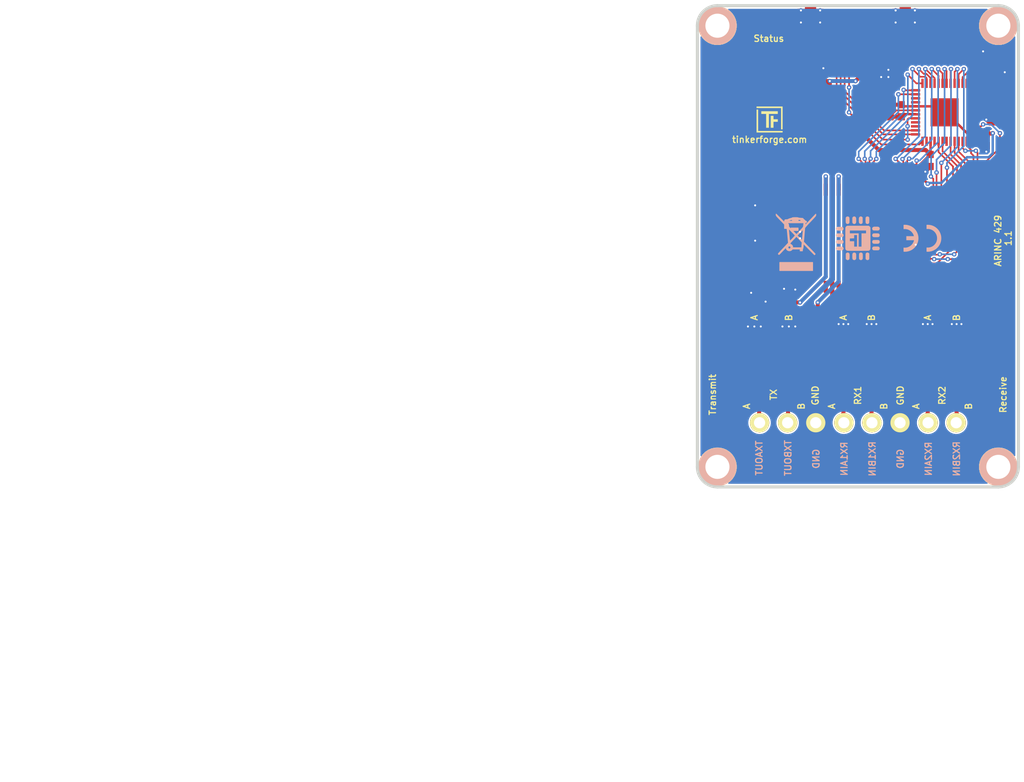
<source format=kicad_pcb>
(kicad_pcb (version 20171130) (host pcbnew 5.1.6-c6e7f7d~87~ubuntu20.04.1)
  (title_block (title "Arinc293 Bricklet") (date 2020-06-26) (rev 1.0) (company "Tinkerforge GmbH") (comment 1 "Licensed under CERN OHL v.1.1") (comment 2 "Copyright (©) 2020, T.Schneidermann <tim@tinkerforge.com>"))
  (layers (0 F.Cu signal) (31 B.Cu signal) (34 B.Paste user) (35 F.Paste user) (36 B.SilkS user) (37 F.SilkS user) (38 B.Mask user) (39 F.Mask user) (44 Edge.Cuts user))
  (net 0 "")
  (net 1 GND)
  (net 2 VCC)
  (net 3 "Net-(C7-Pad1)")
  (net 4 "Net-(C8-Pad1)")
  (net 5 "Net-(C9-Pad1)")
  (net 6 "Net-(C13-Pad1)")
  (net 7 "Net-(C14-Pad1)")
  (net 8 "Net-(C14-Pad2)")
  (net 9 "Net-(C15-Pad1)")
  (net 10 "Net-(C16-Pad1)")
  (net 11 "Net-(C16-Pad2)")
  (net 12 "Net-(D1-Pad1)")
  (net 13 "Net-(D2-Pad1)")
  (net 14 "Net-(D3-Pad2)")
  (net 15 "Net-(D4-Pad1)")
  (net 16 "Net-(D5-Pad1)")
  (net 17 "Net-(D6-Pad1)")
  (net 18 "Net-(D7-Pad1)")
  (net 19 "Net-(P1-Pad1)")
  (net 20 "Net-(P1-Pad4)")
  (net 21 "Net-(P1-Pad5)")
  (net 22 "Net-(P1-Pad6)")
  (net 23 "Net-(P2-Pad2)")
  (net 24 "Net-(P3-Pad1)")
  (net 25 "Net-(P4-Pad2)")
  (net 26 "Net-(P4-Pad4)")
  (net 27 "Net-(P4-Pad1)")
  (net 28 "Net-(P4-Pad5)")
  (net 29 "Net-(P4-Pad7)")
  (net 30 "Net-(P4-Pad8)")
  (net 31 "Net-(R2-Pad1)")
  (net 32 RESET)
  (net 33 CLOCK)
  (net 34 "Net-(R3-Pad1)")
  (net 35 S-MISO)
  (net 36 S-MOSI)
  (net 37 S-CLK)
  (net 38 S-CS)
  (net 39 "Net-(RP2-Pad8)")
  (net 40 "Net-(RP2-Pad7)")
  (net 41 "Net-(RP2-Pad6)")
  (net 42 "Net-(RP2-Pad5)")
  (net 43 MB2-1)
  (net 44 MB1-3)
  (net 45 MB1-2)
  (net 46 MB1-1)
  (net 47 MB2-2)
  (net 48 MB2-3)
  (net 49 R2INT)
  (net 50 R2FLAG)
  (net 51 "Net-(RP3-Pad5)")
  (net 52 "Net-(RP3-Pad6)")
  (net 53 "Net-(RP3-Pad7)")
  (net 54 "Net-(RP3-Pad8)")
  (net 55 R1INT)
  (net 56 R1FLAG)
  (net 57 TEMPY)
  (net 58 TFULL)
  (net 59 "Net-(RP4-Pad5)")
  (net 60 "Net-(RP4-Pad6)")
  (net 61 "Net-(RP4-Pad7)")
  (net 62 "Net-(RP4-Pad8)")
  (net 63 "Net-(RP5-Pad8)")
  (net 64 "Net-(RP5-Pad7)")
  (net 65 "Net-(RP5-Pad6)")
  (net 66 "Net-(RP5-Pad5)")
  (net 67 M-MISO)
  (net 68 M-CLK)
  (net 69 M-MOSI)
  (net 70 M-CS)
  (net 71 "Net-(U1-Pad15)")
  (net 72 "Net-(U1-Pad16)")
  (net 73 "Net-(U1-Pad26)")
  (net 74 "Net-(U1-Pad28)")
  (net 75 "Net-(U1-Pad40)")
  (net 76 "Net-(U1-Pad43)")
  (net 77 "Net-(U1-Pad44)")
  (net 78 "Net-(U1-Pad45)")
  (net 79 "Net-(U1-Pad46)")
  (net 80 "Net-(U6-Pad34)")
  (net 81 "Net-(U6-Pad32)")
  (net 82 "Net-(U6-Pad30)")
  (net 83 "Net-(U6-Pad29)")
  (net 84 "Net-(U6-Pad8)")
  (net 85 "Net-(U6-Pad7)")
  (net 86 "Net-(U6-Pad4)")
  (net 87 "Net-(U6-Pad3)")
  (net 88 "Net-(U6-Pad1)")
  (net 89 "Net-(D8-Pad2)")
  (net 90 "Net-(D9-Pad2)")
  (net 91 "Net-(U1-Pad48)")
  (net 92 TX_LED)
  (net 93 RX_LED)
  (net 94 Status_LED)
  (net 95 "Net-(U1-Pad21)")
  (net 96 "Net-(U1-Pad22)")
  (net 97 "Net-(U1-Pad31)")
  (module kicad-libraries:Fiducial_Mark (layer F.Cu) (at 138 153)
    (fp_text reference Fiducial_Mark hide)
    (fp_text value VAL** hide)
    (pad 1 smd circle (at 0 0) (size 1.00076 1.00076) (layers F.Cu F.Paste F.Mask) (clearance 0.65024))
  )
  (module kicad-libraries:Fiducial_Mark (layer F.Cu) (at 102 142)
    (fp_text reference Fiducial_Mark hide)
    (fp_text value VAL** hide)
    (pad 1 smd circle (at 0 0) (size 1.00076 1.00076) (layers F.Cu F.Paste F.Mask) (clearance 0.65024))
  )
  (module kicad-libraries:Fiducial_Mark (layer F.Cu) (at 133 103)
    (fp_text reference Fiducial_Mark hide)
    (fp_text value VAL** hide)
    (pad 1 smd circle (at 0 0) (size 1.00076 1.00076) (layers F.Cu F.Paste F.Mask) (clearance 0.65024))
  )
  (module kicad-libraries:Fiducial_Mark (layer F.Cu) (at 104 109)
    (fp_text reference Fiducial_Mark hide)
    (fp_text value VAL** hide)
    (pad 1 smd circle (at 0 0) (size 1.00076 1.00076) (layers F.Cu F.Paste F.Mask) (clearance 0.65024))
  )
  (module kicad-libraries:WEEE_7mm (layer B.Cu) (at 112.3 129.5 180)
    (fp_text reference VAL hide)
    (fp_text value WEEE_7mm hide)
  )
  (module kicad-libraries:CE_5mm (layer B.Cu) (at 128 129 180)
    (fp_text reference VAL hide)
    (fp_text value CE_5mm hide)
  )
  (module kicad-libraries:Logo_CoMCU (layer B.Cu) (at 120 129 180)
    (fp_text reference G*** hide)
    (fp_text value LOGO hide)
  )
  (module kicad-libraries:Logo_31x31 (layer F.Cu) (at 109 114.2)
    (fp_text reference G*** hide)
    (fp_text value LOGO hide)
  )
  (module kicad-libraries:QFN48-EP2 (layer F.Cu) (at 130.8 113.3 180)
    (fp_text reference U1)
    (fp_text value XMC1404)
    (pad 1 smd rect (at -2.74828 3.61188) (size 0.29972 1.14808) (layers F.Cu F.Paste F.Mask) (net 23 "Net-(P2-Pad2)"))
    (pad 2 smd rect (at -2.2479 3.61188) (size 0.29972 1.14808) (layers F.Cu F.Paste F.Mask) (net 94 Status_LED))
    (pad 3 smd rect (at -1.74752 3.61188) (size 0.29972 1.14808) (layers F.Cu F.Paste F.Mask) (net 46 MB1-1))
    (pad 4 smd rect (at -1.24968 3.61188) (size 0.29972 1.14808) (layers F.Cu F.Paste F.Mask) (net 45 MB1-2))
    (pad 5 smd rect (at -0.7493 3.61188) (size 0.29972 1.14808) (layers F.Cu F.Paste F.Mask) (net 44 MB1-3))
    (pad 6 smd rect (at -0.24892 3.61188) (size 0.29972 1.14808) (layers F.Cu F.Paste F.Mask) (net 43 MB2-1))
    (pad 7 smd rect (at 0.24892 3.61188) (size 0.29972 1.14808) (layers F.Cu F.Paste F.Mask) (net 47 MB2-2))
    (pad 8 smd rect (at 0.7493 3.61188) (size 0.29972 1.14808) (layers F.Cu F.Paste F.Mask) (net 48 MB2-3))
    (pad 9 smd rect (at 1.24968 3.61188) (size 0.29972 1.14808) (layers F.Cu F.Paste F.Mask) (net 49 R2INT))
    (pad 10 smd rect (at 1.74752 3.61188) (size 0.29972 1.14808) (layers F.Cu F.Paste F.Mask) (net 50 R2FLAG))
    (pad 11 smd rect (at 2.2479 3.61188) (size 0.29972 1.14808) (layers F.Cu F.Paste F.Mask) (net 55 R1INT))
    (pad 12 smd rect (at 2.74828 3.61188) (size 0.29972 1.14808) (layers F.Cu F.Paste F.Mask) (net 56 R1FLAG))
    (pad 13 smd rect (at 3.61188 2.74828 90) (size 0.29972 1.14808) (layers F.Cu F.Paste F.Mask) (net 57 TEMPY))
    (pad 14 smd rect (at 3.61188 2.2479 90) (size 0.29972 1.14808) (layers F.Cu F.Paste F.Mask) (net 58 TFULL))
    (pad 15 smd rect (at 3.61188 1.74752 90) (size 0.29972 1.14808) (layers F.Cu F.Paste F.Mask) (net 71 "Net-(U1-Pad15)"))
    (pad 16 smd rect (at 3.61188 1.24968 90) (size 0.29972 1.14808) (layers F.Cu F.Paste F.Mask) (net 72 "Net-(U1-Pad16)"))
    (pad 17 smd rect (at 3.61188 0.7493 90) (size 0.29972 1.14808) (layers F.Cu F.Paste F.Mask) (net 1 GND))
    (pad 18 smd rect (at 3.61188 0.24892 90) (size 0.29972 1.14808) (layers F.Cu F.Paste F.Mask) (net 2 VCC))
    (pad 19 smd rect (at 3.61188 -0.24892 90) (size 0.29972 1.14808) (layers F.Cu F.Paste F.Mask) (net 2 VCC))
    (pad 20 smd rect (at 3.61188 -0.7493 90) (size 0.29972 1.14808) (layers F.Cu F.Paste F.Mask) (net 35 S-MISO))
    (pad 21 smd rect (at 3.61188 -1.24968 90) (size 0.29972 1.14808) (layers F.Cu F.Paste F.Mask) (net 95 "Net-(U1-Pad21)"))
    (pad 22 smd rect (at 3.61188 -1.74752 90) (size 0.29972 1.14808) (layers F.Cu F.Paste F.Mask) (net 96 "Net-(U1-Pad22)"))
    (pad 23 smd rect (at 3.61188 -2.2479 90) (size 0.29972 1.14808) (layers F.Cu F.Paste F.Mask) (net 37 S-CLK))
    (pad 24 smd rect (at 3.61188 -2.74828 90) (size 0.29972 1.14808) (layers F.Cu F.Paste F.Mask) (net 36 S-MOSI))
    (pad 25 smd rect (at 2.74828 -3.61188 180) (size 0.29972 1.14808) (layers F.Cu F.Paste F.Mask) (net 38 S-CS))
    (pad 26 smd rect (at 2.2479 -3.61188 180) (size 0.29972 1.14808) (layers F.Cu F.Paste F.Mask) (net 73 "Net-(U1-Pad26)"))
    (pad 27 smd rect (at 1.74752 -3.61188 180) (size 0.29972 1.14808) (layers F.Cu F.Paste F.Mask) (net 2 VCC))
    (pad 28 smd rect (at 1.24968 -3.61188 180) (size 0.29972 1.14808) (layers F.Cu F.Paste F.Mask) (net 74 "Net-(U1-Pad28)"))
    (pad 29 smd rect (at 0.7493 -3.61188 180) (size 0.29972 1.14808) (layers F.Cu F.Paste F.Mask) (net 69 M-MOSI))
    (pad 30 smd rect (at 0.24892 -3.61188 180) (size 0.29972 1.14808) (layers F.Cu F.Paste F.Mask) (net 67 M-MISO))
    (pad 31 smd rect (at -0.24892 -3.61188 180) (size 0.29972 1.14808) (layers F.Cu F.Paste F.Mask) (net 97 "Net-(U1-Pad31)"))
    (pad 32 smd rect (at -0.7493 -3.61188 180) (size 0.29972 1.14808) (layers F.Cu F.Paste F.Mask) (net 68 M-CLK))
    (pad 33 smd rect (at -1.24968 -3.61188 180) (size 0.29972 1.14808) (layers F.Cu F.Paste F.Mask) (net 70 M-CS))
    (pad 34 smd rect (at -1.74752 -3.61188 180) (size 0.29972 1.14808) (layers F.Cu F.Paste F.Mask) (net 33 CLOCK))
    (pad 35 smd rect (at -2.2479 -3.61188 180) (size 0.29972 1.14808) (layers F.Cu F.Paste F.Mask) (net 92 TX_LED))
    (pad 36 smd rect (at -2.74828 -3.61188 180) (size 0.29972 1.14808) (layers F.Cu F.Paste F.Mask) (net 32 RESET))
    (pad 37 smd rect (at -3.60934 -2.74828 270) (size 0.29972 1.15062) (layers F.Cu F.Paste F.Mask) (net 1 GND))
    (pad 38 smd rect (at -3.61188 -2.2479 270) (size 0.29972 1.14808) (layers F.Cu F.Paste F.Mask) (net 2 VCC))
    (pad 39 smd rect (at -3.61188 -1.74752 270) (size 0.29972 1.14808) (layers F.Cu F.Paste F.Mask) (net 93 RX_LED))
    (pad 40 smd rect (at -3.61188 -1.24968 270) (size 0.29972 1.14808) (layers F.Cu F.Paste F.Mask) (net 75 "Net-(U1-Pad40)"))
    (pad 41 smd rect (at -3.61188 -0.7493 270) (size 0.29972 1.14808) (layers F.Cu F.Paste F.Mask) (net 4 "Net-(C8-Pad1)"))
    (pad 42 smd rect (at -3.61188 -0.24892 270) (size 0.29972 1.14808) (layers F.Cu F.Paste F.Mask) (net 5 "Net-(C9-Pad1)"))
    (pad 43 smd rect (at -3.61188 0.24892 270) (size 0.29972 1.14808) (layers F.Cu F.Paste F.Mask) (net 76 "Net-(U1-Pad43)"))
    (pad 44 smd rect (at -3.61188 0.7493 270) (size 0.29972 1.14808) (layers F.Cu F.Paste F.Mask) (net 77 "Net-(U1-Pad44)"))
    (pad 45 smd rect (at -3.61188 1.24968 270) (size 0.29972 1.14808) (layers F.Cu F.Paste F.Mask) (net 78 "Net-(U1-Pad45)"))
    (pad 46 smd rect (at -3.61188 1.74752 270) (size 0.29972 1.14808) (layers F.Cu F.Paste F.Mask) (net 79 "Net-(U1-Pad46)"))
    (pad 47 smd rect (at -3.61188 2.2479 270) (size 0.29972 1.14808) (layers F.Cu F.Paste F.Mask) (net 24 "Net-(P3-Pad1)"))
    (pad 48 smd rect (at -3.61188 2.74828 270) (size 0.29972 1.14808) (layers F.Cu F.Paste F.Mask) (net 91 "Net-(U1-Pad48)"))
    (pad EP smd rect (at 0 0 180) (size 3.5 3.5) (layers F.Cu F.Paste F.Mask) (net 1 GND))
  )
  (module kicad-libraries:CRYSTAL_3225 (layer F.Cu) (at 137.5 111.8 270)
    (fp_text reference X1)
    (fp_text value 16MHz)
    (pad 3 smd rect (at -1.09982 -0.8001 270) (size 1.39954 1.15062) (layers F.Cu F.Paste F.Mask) (net 1 GND))
    (pad 2 smd rect (at 1.09982 -0.8001 270) (size 1.39954 1.15062) (layers F.Cu F.Paste F.Mask) (net 4 "Net-(C8-Pad1)"))
    (pad 1 smd rect (at -1.09982 0.8001 270) (size 1.39954 1.15062) (layers F.Cu F.Paste F.Mask) (net 5 "Net-(C9-Pad1)"))
    (pad 3 smd rect (at 1.09982 0.8001 270) (size 1.39954 1.15062) (layers F.Cu F.Paste F.Mask) (net 1 GND))
  )
  (module kicad-libraries:C0603F (layer F.Cu) (at 137.5 109.1)
    (fp_text reference C9)
    (fp_text value 10pF)
    (pad 1 smd rect (at -0.75 0) (size 0.9 0.9) (layers F.Cu F.Paste F.Mask) (net 5 "Net-(C9-Pad1)"))
    (pad 2 smd rect (at 0.75 0) (size 0.9 0.9) (layers F.Cu F.Paste F.Mask) (net 1 GND))
  )
  (module kicad-libraries:C0603F (layer F.Cu) (at 137.5 114.5 180)
    (fp_text reference C8)
    (fp_text value 10pF)
    (pad 1 smd rect (at -0.75 0 180) (size 0.9 0.9) (layers F.Cu F.Paste F.Mask) (net 4 "Net-(C8-Pad1)"))
    (pad 2 smd rect (at 0.75 0 180) (size 0.9 0.9) (layers F.Cu F.Paste F.Mask) (net 1 GND))
  )
  (module kicad-libraries:0603F (layer F.Cu) (at 110.5 131.3)
    (fp_text reference C16)
    (fp_text value 470nF/16V)
    (pad 1 smd rect (at -0.75 0) (size 0.9 0.9) (layers F.Cu F.Paste F.Mask) (net 10 "Net-(C16-Pad1)"))
    (pad 2 smd rect (at 0.75 0) (size 0.9 0.9) (layers F.Cu F.Paste F.Mask) (net 11 "Net-(C16-Pad2)"))
  )
  (module kicad-libraries:0805E (layer F.Cu) (at 110.3 127.2)
    (fp_text reference C14)
    (fp_text value 2,2uF/16V)
    (pad 1 smd rect (at -0.95 0) (size 1.3 1.5) (layers F.Cu F.Paste F.Mask) (net 7 "Net-(C14-Pad1)") (clearance 0.14986))
    (pad 2 smd rect (at 0.95 0) (size 1.3 1.5) (layers F.Cu F.Paste F.Mask) (net 8 "Net-(C14-Pad2)") (clearance 0.14986))
  )
  (module kicad-libraries:C0805 (layer F.Cu) (at 121.9 106.7 180)
    (fp_text reference C1)
    (fp_text value 10uF)
    (pad 1 smd rect (at -1.00076 0 180) (size 1.00076 1.24968) (layers F.Cu F.Paste F.Mask) (net 1 GND) (clearance 0.14986))
    (pad 2 smd rect (at 1.00076 0 180) (size 1.00076 1.24968) (layers F.Cu F.Paste F.Mask) (net 2 VCC) (clearance 0.14986))
  )
  (module kicad-libraries:C0603F (layer F.Cu) (at 121.9 108.2 180)
    (fp_text reference C2)
    (fp_text value 1uF)
    (pad 2 smd rect (at 0.75 0 180) (size 0.9 0.9) (layers F.Cu F.Paste F.Mask) (net 2 VCC))
    (pad 1 smd rect (at -0.75 0 180) (size 0.9 0.9) (layers F.Cu F.Paste F.Mask) (net 1 GND))
  )
  (module kicad-libraries:C0603F (layer F.Cu) (at 136 116.7 270)
    (fp_text reference C3)
    (fp_text value 100nF)
    (pad 1 smd rect (at -0.75 0 270) (size 0.9 0.9) (layers F.Cu F.Paste F.Mask) (net 2 VCC))
    (pad 2 smd rect (at 0.75 0 270) (size 0.9 0.9) (layers F.Cu F.Paste F.Mask) (net 1 GND))
  )
  (module kicad-libraries:C0603F (layer F.Cu) (at 125.4 113.1 90)
    (fp_text reference C4)
    (fp_text value 100nF)
    (pad 1 smd rect (at -0.75 0 90) (size 0.9 0.9) (layers F.Cu F.Paste F.Mask) (net 2 VCC))
    (pad 2 smd rect (at 0.75 0 90) (size 0.9 0.9) (layers F.Cu F.Paste F.Mask) (net 1 GND))
  )
  (module kicad-libraries:C0603F (layer F.Cu) (at 129 119.3 270)
    (fp_text reference C5)
    (fp_text value 100nF)
    (pad 2 smd rect (at 0.75 0 270) (size 0.9 0.9) (layers F.Cu F.Paste F.Mask) (net 1 GND))
    (pad 1 smd rect (at -0.75 0 270) (size 0.9 0.9) (layers F.Cu F.Paste F.Mask) (net 2 VCC))
  )
  (module kicad-libraries:C0603F (layer F.Cu) (at 124 113.1 90)
    (fp_text reference C6)
    (fp_text value 220nF)
    (pad 2 smd rect (at 0.75 0 90) (size 0.9 0.9) (layers F.Cu F.Paste F.Mask) (net 1 GND))
    (pad 1 smd rect (at -0.75 0 90) (size 0.9 0.9) (layers F.Cu F.Paste F.Mask) (net 2 VCC))
  )
  (module kicad-libraries:C0402F (layer F.Cu) (at 116.4 107.3 270)
    (fp_text reference C7)
    (fp_text value 220pF)
    (pad 2 smd rect (at 0.5 0 270) (size 0.6 0.7) (layers F.Cu F.Paste F.Mask) (net 1 GND))
    (pad 1 smd rect (at -0.5 0 270) (size 0.6 0.7) (layers F.Cu F.Paste F.Mask) (net 3 "Net-(C7-Pad1)"))
  )
  (module kicad-libraries:3528-21 (layer F.Cu) (at 108.5 134.4 270)
    (fp_text reference C10)
    (fp_text value 47uF)
    (pad 1 smd rect (at -1.40048 0 270) (size 1.59954 2.79908) (layers F.Cu F.Paste F.Mask) (net 2 VCC) (clearance 0.14986))
    (pad 2 smd rect (at 1.40048 0 270) (size 1.59954 2.79908) (layers F.Cu F.Paste F.Mask) (net 1 GND) (clearance 0.14986))
  )
  (module kicad-libraries:C0603F (layer F.Cu) (at 110.8 133.8 90)
    (fp_text reference C11)
    (fp_text value 10nF)
    (pad 1 smd rect (at -0.75 0 90) (size 0.9 0.9) (layers F.Cu F.Paste F.Mask) (net 1 GND))
    (pad 2 smd rect (at 0.75 0 90) (size 0.9 0.9) (layers F.Cu F.Paste F.Mask) (net 2 VCC))
  )
  (module kicad-libraries:C0603F (layer F.Cu) (at 112.2 133.8 90)
    (fp_text reference C12)
    (fp_text value 100nF)
    (pad 2 smd rect (at 0.75 0 90) (size 0.9 0.9) (layers F.Cu F.Paste F.Mask) (net 2 VCC))
    (pad 1 smd rect (at -0.75 0 90) (size 0.9 0.9) (layers F.Cu F.Paste F.Mask) (net 1 GND))
  )
  (module kicad-libraries:C1206E (layer F.Cu) (at 109.7 124.9 180)
    (fp_text reference C13)
    (fp_text value 47uF/10V)
    (pad 1 smd rect (at -1.4 0 180) (size 1.6 1.8) (layers F.Cu F.Paste F.Mask) (net 6 "Net-(C13-Pad1)"))
    (pad 2 smd rect (at 1.4 0 180) (size 1.6 1.8) (layers F.Cu F.Paste F.Mask) (net 1 GND))
  )
  (module kicad-libraries:C1206E (layer F.Cu) (at 109.7 129.3 180)
    (fp_text reference C15)
    (fp_text value 47uF/10V)
    (pad 2 smd rect (at 1.4 0 180) (size 1.6 1.8) (layers F.Cu F.Paste F.Mask) (net 1 GND))
    (pad 1 smd rect (at -1.4 0 180) (size 1.6 1.8) (layers F.Cu F.Paste F.Mask) (net 9 "Net-(C15-Pad1)"))
  )
  (module kicad-libraries:SMB (layer F.Cu) (at 107.1 143.2 90)
    (fp_text reference D1)
    (fp_text value SMBJ-6.5CA)
    (pad 2 smd rect (at 2.11 0 90) (size 1.62 2.18) (layers F.Cu F.Paste F.Mask) (net 1 GND))
    (pad 1 smd rect (at -2.11 0 90) (size 1.62 2.18) (layers F.Cu F.Paste F.Mask) (net 12 "Net-(D1-Pad1)"))
  )
  (module kicad-libraries:SMB (layer F.Cu) (at 111.4 143.2 90)
    (fp_text reference D2)
    (fp_text value SMBJ-6.5CA)
    (pad 1 smd rect (at -2.11 0 90) (size 1.62 2.18) (layers F.Cu F.Paste F.Mask) (net 13 "Net-(D2-Pad1)"))
    (pad 2 smd rect (at 2.11 0 90) (size 1.62 2.18) (layers F.Cu F.Paste F.Mask) (net 1 GND))
  )
  (module kicad-libraries:D0603E (layer F.Cu) (at 108.9 102 90)
    (fp_text reference D3)
    (fp_text value blue)
    (pad 1 smd rect (at -0.8501 0 90) (size 1.1 1) (layers F.Cu F.Paste F.Mask) (net 2 VCC))
    (pad 2 smd rect (at 0.8501 0 90) (size 1.1 1) (layers F.Cu F.Paste F.Mask) (net 14 "Net-(D3-Pad2)"))
  )
  (module kicad-libraries:DO-214AC (layer F.Cu) (at 118.2 143.2 90)
    (fp_text reference D4)
    (fp_text value SMAJ-6.5CA)
    (pad 1 smd rect (at -2.19964 0 90) (size 2.10058 1.80086) (layers F.Cu F.Paste F.Mask) (net 15 "Net-(D4-Pad1)"))
    (pad 2 smd rect (at 2.19964 0 90) (size 2.10058 1.80086) (layers F.Cu F.Paste F.Mask) (net 1 GND))
  )
  (module kicad-libraries:DO-214AC (layer F.Cu) (at 121.7 143.2 90)
    (fp_text reference D5)
    (fp_text value SMAJ-6.5CA)
    (pad 2 smd rect (at 2.19964 0 90) (size 2.10058 1.80086) (layers F.Cu F.Paste F.Mask) (net 1 GND))
    (pad 1 smd rect (at -2.19964 0 90) (size 2.10058 1.80086) (layers F.Cu F.Paste F.Mask) (net 16 "Net-(D5-Pad1)"))
  )
  (module kicad-libraries:DO-214AC (layer F.Cu) (at 128.7 143.2 90)
    (fp_text reference D6)
    (fp_text value SMAJ-6.5CA)
    (pad 1 smd rect (at -2.19964 0 90) (size 2.10058 1.80086) (layers F.Cu F.Paste F.Mask) (net 17 "Net-(D6-Pad1)"))
    (pad 2 smd rect (at 2.19964 0 90) (size 2.10058 1.80086) (layers F.Cu F.Paste F.Mask) (net 1 GND))
  )
  (module kicad-libraries:DO-214AC (layer F.Cu) (at 132.3 143.2 90)
    (fp_text reference D7)
    (fp_text value SMAJ-6.5CA)
    (pad 2 smd rect (at 2.19964 0 90) (size 2.10058 1.80086) (layers F.Cu F.Paste F.Mask) (net 1 GND))
    (pad 1 smd rect (at -2.19964 0 90) (size 2.10058 1.80086) (layers F.Cu F.Paste F.Mask) (net 18 "Net-(D7-Pad1)"))
  )
  (module kicad-libraries:CON-SENSOR2 (layer F.Cu) (at 120 100 180)
    (fp_text reference P1)
    (fp_text value CON-SENSOR2)
    (pad 1 smd rect (at -3.75 -4.6 180) (size 0.6 1.8) (layers F.Cu F.Paste F.Mask) (net 19 "Net-(P1-Pad1)"))
    (pad 2 smd rect (at -2.5 -4.6 180) (size 0.6 1.8) (layers F.Cu F.Paste F.Mask) (net 1 GND))
    (pad EP smd rect (at -5.9 -1.2 180) (size 1.4 2.4) (layers F.Cu F.Paste F.Mask) (net 1 GND))
    (pad EP smd rect (at 5.9 -1.2 180) (size 1.4 2.4) (layers F.Cu F.Paste F.Mask) (net 1 GND))
    (pad 3 smd rect (at -1.25 -4.6 180) (size 0.6 1.8) (layers F.Cu F.Paste F.Mask) (net 2 VCC))
    (pad 4 smd rect (at 0 -4.6 180) (size 0.6 1.8) (layers F.Cu F.Paste F.Mask) (net 20 "Net-(P1-Pad4)"))
    (pad 5 smd rect (at 1.25 -4.6 180) (size 0.6 1.8) (layers F.Cu F.Paste F.Mask) (net 21 "Net-(P1-Pad5)"))
    (pad 6 smd rect (at 2.5 -4.6 180) (size 0.6 1.8) (layers F.Cu F.Paste F.Mask) (net 22 "Net-(P1-Pad6)"))
    (pad 7 smd rect (at 3.75 -4.6 180) (size 0.6 1.8) (layers F.Cu F.Paste F.Mask) (net 3 "Net-(C7-Pad1)"))
  )
  (module kicad-libraries:SolderJumper (layer F.Cu) (at 135.6 106.65 270)
    (fp_text reference P2)
    (fp_text value BOOT)
    (pad 1 smd rect (at -0.225 -0.55 270) (size 0.95 0.3) (layers F.Cu F.Mask) (net 1 GND))
    (pad 1 smd rect (at -0.225 0.55 270) (size 0.95 0.3) (layers F.Cu F.Mask) (net 1 GND))
    (pad 1 smd rect (at -0.5 0 270) (size 0.4 1.4) (layers F.Cu F.Mask) (net 1 GND))
    (pad 2 smd rect (at 0.15 0 270) (size 0.6 0.5) (layers F.Cu F.Mask) (net 23 "Net-(P2-Pad2)"))
    (pad 2 smd rect (at 0.55 0 270) (size 0.3 1.4) (layers F.Cu F.Mask) (net 23 "Net-(P2-Pad2)"))
  )
  (module kicad-libraries:DEBUG_PAD (layer F.Cu) (at 138.3 106.8)
    (fp_text reference P3)
    (fp_text value DEBUG)
    (pad 1 smd circle (at 0 0) (size 0.7 0.7) (layers F.Cu F.Paste F.Mask) (net 24 "Net-(P3-Pad1)"))
  )
  (module kicad-libraries:OQ_8P (layer F.Cu) (at 120 152)
    (fp_text reference P4)
    (fp_text value "IND 8Pol")
    (pad 2 thru_hole circle (at -8.7503 0) (size 2.4003 2.4003) (drill 1.39954) (layers *.Cu *.Mask F.SilkS) (net 25 "Net-(P4-Pad2)"))
    (pad 3 thru_hole circle (at -5.25018 0) (size 2.4003 2.4003) (drill 1.39954) (layers *.Cu *.Mask F.SilkS) (net 1 GND))
    (pad 4 thru_hole circle (at -1.75006 0) (size 2.4003 2.4003) (drill 1.39954) (layers *.Cu *.Mask F.SilkS) (net 26 "Net-(P4-Pad4)"))
    (pad 1 thru_hole circle (at -12.25042 0) (size 2.4003 2.4003) (drill 1.39954) (layers *.Cu *.Mask F.SilkS) (net 27 "Net-(P4-Pad1)"))
    (pad 5 thru_hole circle (at 1.75006 0) (size 2.4003 2.4003) (drill 1.39954) (layers *.Cu *.Mask F.SilkS) (net 28 "Net-(P4-Pad5)"))
    (pad 6 thru_hole circle (at 5.25018 0) (size 2.4003 2.4003) (drill 1.39954) (layers *.Cu *.Mask F.SilkS) (net 1 GND))
    (pad 7 thru_hole circle (at 8.7503 0) (size 2.4003 2.4003) (drill 1.39954) (layers *.Cu *.Mask F.SilkS) (net 29 "Net-(P4-Pad7)"))
    (pad 8 thru_hole circle (at 12.25042 0) (size 2.4003 2.4003) (drill 1.39954) (layers *.Cu *.Mask F.SilkS) (net 30 "Net-(P4-Pad8)"))
  )
  (module kicad-libraries:R0603F (layer F.Cu) (at 126.3 136.9)
    (fp_text reference R2)
    (fp_text value 100)
    (pad 1 smd rect (at -0.75 0) (size 0.9 0.9) (layers F.Cu F.Paste F.Mask) (net 31 "Net-(R2-Pad1)"))
    (pad 2 smd rect (at 0.75 0) (size 0.9 0.9) (layers F.Cu F.Paste F.Mask) (net 32 RESET))
  )
  (module kicad-libraries:R0603F (layer F.Cu) (at 126.3 135.6)
    (fp_text reference R3)
    (fp_text value 100)
    (pad 2 smd rect (at 0.75 0) (size 0.9 0.9) (layers F.Cu F.Paste F.Mask) (net 33 CLOCK))
    (pad 1 smd rect (at -0.75 0) (size 0.9 0.9) (layers F.Cu F.Paste F.Mask) (net 34 "Net-(R3-Pad1)"))
  )
  (module kicad-libraries:4X0402 (layer F.Cu) (at 118.1 107.3 180)
    (fp_text reference RP1)
    (fp_text value 82)
    (pad 1 smd rect (at -0.7493 0.575) (size 0.29972 0.65) (layers F.Cu F.Paste F.Mask) (net 20 "Net-(P1-Pad4)"))
    (pad 2 smd rect (at -0.24892 0.575) (size 0.29972 0.65) (layers F.Cu F.Paste F.Mask) (net 21 "Net-(P1-Pad5)"))
    (pad 3 smd rect (at 0.24892 0.575) (size 0.29972 0.65) (layers F.Cu F.Paste F.Mask) (net 22 "Net-(P1-Pad6)"))
    (pad 4 smd rect (at 0.7493 0.575) (size 0.29972 0.65) (layers F.Cu F.Paste F.Mask) (net 3 "Net-(C7-Pad1)"))
    (pad 5 smd rect (at 0.7493 -0.575 180) (size 0.29972 0.65) (layers F.Cu F.Paste F.Mask) (net 35 S-MISO))
    (pad 6 smd rect (at 0.24892 -0.575 180) (size 0.29972 0.65) (layers F.Cu F.Paste F.Mask) (net 36 S-MOSI))
    (pad 7 smd rect (at -0.24892 -0.575 180) (size 0.29972 0.65) (layers F.Cu F.Paste F.Mask) (net 37 S-CLK))
    (pad 8 smd rect (at -0.7493 -0.575 180) (size 0.29972 0.65) (layers F.Cu F.Paste F.Mask) (net 38 S-CS))
  )
  (module kicad-libraries:4X0402 (layer F.Cu) (at 128.2 127.8 90)
    (fp_text reference RP2)
    (fp_text value 100)
    (pad 8 smd rect (at -0.7493 -0.575 90) (size 0.29972 0.65) (layers F.Cu F.Paste F.Mask) (net 39 "Net-(RP2-Pad8)"))
    (pad 7 smd rect (at -0.24892 -0.575 90) (size 0.29972 0.65) (layers F.Cu F.Paste F.Mask) (net 40 "Net-(RP2-Pad7)"))
    (pad 6 smd rect (at 0.24892 -0.575 90) (size 0.29972 0.65) (layers F.Cu F.Paste F.Mask) (net 41 "Net-(RP2-Pad6)"))
    (pad 5 smd rect (at 0.7493 -0.575 90) (size 0.29972 0.65) (layers F.Cu F.Paste F.Mask) (net 42 "Net-(RP2-Pad5)"))
    (pad 4 smd rect (at 0.7493 0.575 270) (size 0.29972 0.65) (layers F.Cu F.Paste F.Mask) (net 43 MB2-1))
    (pad 3 smd rect (at 0.24892 0.575 270) (size 0.29972 0.65) (layers F.Cu F.Paste F.Mask) (net 44 MB1-3))
    (pad 2 smd rect (at -0.24892 0.575 270) (size 0.29972 0.65) (layers F.Cu F.Paste F.Mask) (net 45 MB1-2))
    (pad 1 smd rect (at -0.7493 0.575 270) (size 0.29972 0.65) (layers F.Cu F.Paste F.Mask) (net 46 MB1-1))
  )
  (module kicad-libraries:4X0402 (layer F.Cu) (at 125.9 120.6 180)
    (fp_text reference RP3)
    (fp_text value 100)
    (pad 1 smd rect (at -0.7493 0.575) (size 0.29972 0.65) (layers F.Cu F.Paste F.Mask) (net 47 MB2-2))
    (pad 2 smd rect (at -0.24892 0.575) (size 0.29972 0.65) (layers F.Cu F.Paste F.Mask) (net 48 MB2-3))
    (pad 3 smd rect (at 0.24892 0.575) (size 0.29972 0.65) (layers F.Cu F.Paste F.Mask) (net 49 R2INT))
    (pad 4 smd rect (at 0.7493 0.575) (size 0.29972 0.65) (layers F.Cu F.Paste F.Mask) (net 50 R2FLAG))
    (pad 5 smd rect (at 0.7493 -0.575 180) (size 0.29972 0.65) (layers F.Cu F.Paste F.Mask) (net 51 "Net-(RP3-Pad5)"))
    (pad 6 smd rect (at 0.24892 -0.575 180) (size 0.29972 0.65) (layers F.Cu F.Paste F.Mask) (net 52 "Net-(RP3-Pad6)"))
    (pad 7 smd rect (at -0.24892 -0.575 180) (size 0.29972 0.65) (layers F.Cu F.Paste F.Mask) (net 53 "Net-(RP3-Pad7)"))
    (pad 8 smd rect (at -0.7493 -0.575 180) (size 0.29972 0.65) (layers F.Cu F.Paste F.Mask) (net 54 "Net-(RP3-Pad8)"))
  )
  (module kicad-libraries:4X0402 (layer F.Cu) (at 121.2 120.6 180)
    (fp_text reference RP4)
    (fp_text value 100)
    (pad 1 smd rect (at -0.7493 0.575) (size 0.29972 0.65) (layers F.Cu F.Paste F.Mask) (net 55 R1INT))
    (pad 2 smd rect (at -0.24892 0.575) (size 0.29972 0.65) (layers F.Cu F.Paste F.Mask) (net 56 R1FLAG))
    (pad 3 smd rect (at 0.24892 0.575) (size 0.29972 0.65) (layers F.Cu F.Paste F.Mask) (net 57 TEMPY))
    (pad 4 smd rect (at 0.7493 0.575) (size 0.29972 0.65) (layers F.Cu F.Paste F.Mask) (net 58 TFULL))
    (pad 5 smd rect (at 0.7493 -0.575 180) (size 0.29972 0.65) (layers F.Cu F.Paste F.Mask) (net 59 "Net-(RP4-Pad5)"))
    (pad 6 smd rect (at 0.24892 -0.575 180) (size 0.29972 0.65) (layers F.Cu F.Paste F.Mask) (net 60 "Net-(RP4-Pad6)"))
    (pad 7 smd rect (at -0.24892 -0.575 180) (size 0.29972 0.65) (layers F.Cu F.Paste F.Mask) (net 61 "Net-(RP4-Pad7)"))
    (pad 8 smd rect (at -0.7493 -0.575 180) (size 0.29972 0.65) (layers F.Cu F.Paste F.Mask) (net 62 "Net-(RP4-Pad8)"))
  )
  (module kicad-libraries:4X0402 (layer F.Cu) (at 128.2 131.8 90)
    (fp_text reference RP5)
    (fp_text value 100)
    (pad 8 smd rect (at -0.7493 -0.575 90) (size 0.29972 0.65) (layers F.Cu F.Paste F.Mask) (net 63 "Net-(RP5-Pad8)"))
    (pad 7 smd rect (at -0.24892 -0.575 90) (size 0.29972 0.65) (layers F.Cu F.Paste F.Mask) (net 64 "Net-(RP5-Pad7)"))
    (pad 6 smd rect (at 0.24892 -0.575 90) (size 0.29972 0.65) (layers F.Cu F.Paste F.Mask) (net 65 "Net-(RP5-Pad6)"))
    (pad 5 smd rect (at 0.7493 -0.575 90) (size 0.29972 0.65) (layers F.Cu F.Paste F.Mask) (net 66 "Net-(RP5-Pad5)"))
    (pad 4 smd rect (at 0.7493 0.575 270) (size 0.29972 0.65) (layers F.Cu F.Paste F.Mask) (net 67 M-MISO))
    (pad 3 smd rect (at 0.24892 0.575 270) (size 0.29972 0.65) (layers F.Cu F.Paste F.Mask) (net 68 M-CLK))
    (pad 2 smd rect (at -0.24892 0.575 270) (size 0.29972 0.65) (layers F.Cu F.Paste F.Mask) (net 69 M-MOSI))
    (pad 1 smd rect (at -0.7493 0.575 270) (size 0.29972 0.65) (layers F.Cu F.Paste F.Mask) (net 70 M-CS))
  )
  (module kicad-libraries:DRILL_NP (layer F.Cu) (at 137.5 102.5)
    (fp_text reference U2 hide)
    (fp_text value DRILL hide)
    (pad "" np_thru_hole circle (at 0 0) (size 2.99974 2.99974) (drill 2.99974) (layers *.Cu *.Mask F.SilkS) (clearance 0.89916))
  )
  (module kicad-libraries:DRILL_NP (layer F.Cu) (at 102.5 102.5)
    (fp_text reference U3 hide)
    (fp_text value DRILL hide)
    (pad "" np_thru_hole circle (at 0 0) (size 2.99974 2.99974) (drill 2.99974) (layers *.Cu *.Mask F.SilkS) (clearance 0.89916))
  )
  (module kicad-libraries:DRILL_NP (layer F.Cu) (at 137.5 157.5)
    (fp_text reference U4 hide)
    (fp_text value DRILL hide)
    (pad "" np_thru_hole circle (at 0 0) (size 2.99974 2.99974) (drill 2.99974) (layers *.Cu *.Mask F.SilkS) (clearance 0.89916))
  )
  (module kicad-libraries:DRILL_NP (layer F.Cu) (at 102.5 157.5)
    (fp_text reference U5 hide)
    (fp_text value DRILL hide)
    (pad "" np_thru_hole circle (at 0 0) (size 2.99974 2.99974) (drill 2.99974) (layers *.Cu *.Mask F.SilkS) (clearance 0.89916))
  )
  (module kicad-libraries:PQFP-44_10x10mm (layer F.Cu) (at 120 129 90)
    (fp_text reference U6)
    (fp_text value HI-3593)
    (pad 44 smd rect (at -4 -6.05 90) (size 0.52 1.5) (layers F.Cu F.Paste F.Mask) (net 2 VCC))
    (pad 43 smd rect (at -3.2 -6.05 90) (size 0.52 1.5) (layers F.Cu F.Paste F.Mask) (net 2 VCC))
    (pad 42 smd rect (at -2.4 -6.05 90) (size 0.52 1.5) (layers F.Cu F.Paste F.Mask) (net 11 "Net-(C16-Pad2)"))
    (pad 41 smd rect (at -1.6 -6.05 90) (size 0.52 1.5) (layers F.Cu F.Paste F.Mask) (net 10 "Net-(C16-Pad1)"))
    (pad 40 smd rect (at -0.8 -6.05 90) (size 0.52 1.5) (layers F.Cu F.Paste F.Mask) (net 9 "Net-(C15-Pad1)"))
    (pad 39 smd rect (at 0 -6.05 90) (size 0.52 1.5) (layers F.Cu F.Paste F.Mask) (net 1 GND))
    (pad 38 smd rect (at 0.8 -6.05 90) (size 0.52 1.5) (layers F.Cu F.Paste F.Mask) (net 1 GND))
    (pad 37 smd rect (at 1.6 -6.05 90) (size 0.52 1.5) (layers F.Cu F.Paste F.Mask) (net 8 "Net-(C14-Pad2)"))
    (pad 36 smd rect (at 2.4 -6.05 90) (size 0.52 1.5) (layers F.Cu F.Paste F.Mask) (net 7 "Net-(C14-Pad1)"))
    (pad 35 smd rect (at 3.2 -6.05 90) (size 0.52 1.5) (layers F.Cu F.Paste F.Mask) (net 6 "Net-(C13-Pad1)"))
    (pad 34 smd rect (at 4 -6.05 90) (size 0.52 1.5) (layers F.Cu F.Paste F.Mask) (net 80 "Net-(U6-Pad34)"))
    (pad 33 smd rect (at 6.05 -4 90) (size 1.5 0.52) (layers F.Cu F.Paste F.Mask) (net 12 "Net-(D1-Pad1)"))
    (pad 32 smd rect (at 6.05 -3.2 90) (size 1.5 0.52) (layers F.Cu F.Paste F.Mask) (net 81 "Net-(U6-Pad32)"))
    (pad 31 smd rect (at 6.05 -2.4 90) (size 1.5 0.52) (layers F.Cu F.Paste F.Mask) (net 13 "Net-(D2-Pad1)"))
    (pad 30 smd rect (at 6.05 -1.6 90) (size 1.5 0.52) (layers F.Cu F.Paste F.Mask) (net 82 "Net-(U6-Pad30)"))
    (pad 29 smd rect (at 6.05 -0.8 90) (size 1.5 0.52) (layers F.Cu F.Paste F.Mask) (net 83 "Net-(U6-Pad29)"))
    (pad 28 smd rect (at 6.05 0 90) (size 1.5 0.52) (layers F.Cu F.Paste F.Mask) (net 59 "Net-(RP4-Pad5)"))
    (pad 27 smd rect (at 6.05 0.8 90) (size 1.5 0.52) (layers F.Cu F.Paste F.Mask) (net 60 "Net-(RP4-Pad6)"))
    (pad 26 smd rect (at 6.05 1.6 90) (size 1.5 0.52) (layers F.Cu F.Paste F.Mask) (net 61 "Net-(RP4-Pad7)"))
    (pad 25 smd rect (at 6.05 2.4 90) (size 1.5 0.52) (layers F.Cu F.Paste F.Mask) (net 62 "Net-(RP4-Pad8)"))
    (pad 24 smd rect (at 6.05 3.2 90) (size 1.5 0.52) (layers F.Cu F.Paste F.Mask) (net 51 "Net-(RP3-Pad5)"))
    (pad 23 smd rect (at 6.05 4 90) (size 1.5 0.52) (layers F.Cu F.Paste F.Mask) (net 52 "Net-(RP3-Pad6)"))
    (pad 22 smd rect (at 4 6.05 90) (size 0.52 1.5) (layers F.Cu F.Paste F.Mask) (net 53 "Net-(RP3-Pad7)"))
    (pad 21 smd rect (at 3.2 6.05 90) (size 0.52 1.5) (layers F.Cu F.Paste F.Mask) (net 54 "Net-(RP3-Pad8)"))
    (pad 20 smd rect (at 2.4 6.05 90) (size 0.52 1.5) (layers F.Cu F.Paste F.Mask) (net 42 "Net-(RP2-Pad5)"))
    (pad 19 smd rect (at 1.6 6.05 90) (size 0.52 1.5) (layers F.Cu F.Paste F.Mask) (net 41 "Net-(RP2-Pad6)"))
    (pad 18 smd rect (at 0.8 6.05 90) (size 0.52 1.5) (layers F.Cu F.Paste F.Mask) (net 40 "Net-(RP2-Pad7)"))
    (pad 17 smd rect (at 0 6.05 90) (size 0.52 1.5) (layers F.Cu F.Paste F.Mask) (net 39 "Net-(RP2-Pad8)"))
    (pad 16 smd rect (at -0.8 6.05 90) (size 0.52 1.5) (layers F.Cu F.Paste F.Mask) (net 1 GND))
    (pad 15 smd rect (at -1.6 6.05 90) (size 0.52 1.5) (layers F.Cu F.Paste F.Mask) (net 66 "Net-(RP5-Pad5)"))
    (pad 14 smd rect (at -2.4 6.05 90) (size 0.52 1.5) (layers F.Cu F.Paste F.Mask) (net 65 "Net-(RP5-Pad6)"))
    (pad 13 smd rect (at -3.2 6.05 90) (size 0.52 1.5) (layers F.Cu F.Paste F.Mask) (net 64 "Net-(RP5-Pad7)"))
    (pad 12 smd rect (at -4 6.05 90) (size 0.52 1.5) (layers F.Cu F.Paste F.Mask) (net 63 "Net-(RP5-Pad8)"))
    (pad 11 smd rect (at -6.05 4 90) (size 1.5 0.52) (layers F.Cu F.Paste F.Mask) (net 34 "Net-(R3-Pad1)"))
    (pad 10 smd rect (at -6.05 3.2 90) (size 1.5 0.52) (layers F.Cu F.Paste F.Mask) (net 31 "Net-(R2-Pad1)"))
    (pad 9 smd rect (at -6.05 2.4 90) (size 1.5 0.52) (layers F.Cu F.Paste F.Mask) (net 18 "Net-(D7-Pad1)"))
    (pad 8 smd rect (at -6.05 1.6 90) (size 1.5 0.52) (layers F.Cu F.Paste F.Mask) (net 84 "Net-(U6-Pad8)"))
    (pad 7 smd rect (at -6.05 0.8 90) (size 1.5 0.52) (layers F.Cu F.Paste F.Mask) (net 85 "Net-(U6-Pad7)"))
    (pad 6 smd rect (at -6.05 0 90) (size 1.5 0.52) (layers F.Cu F.Paste F.Mask) (net 17 "Net-(D6-Pad1)"))
    (pad 5 smd rect (at -6.05 -0.8 90) (size 1.5 0.52) (layers F.Cu F.Paste F.Mask) (net 16 "Net-(D5-Pad1)"))
    (pad 4 smd rect (at -6.05 -1.6 90) (size 1.5 0.52) (layers F.Cu F.Paste F.Mask) (net 86 "Net-(U6-Pad4)"))
    (pad 3 smd rect (at -6.05 -2.4 90) (size 1.5 0.52) (layers F.Cu F.Paste F.Mask) (net 87 "Net-(U6-Pad3)"))
    (pad 2 smd rect (at -6.05 -3.2 90) (size 1.5 0.52) (layers F.Cu F.Paste F.Mask) (net 15 "Net-(D4-Pad1)"))
    (pad 1 smd rect (at -6.05 -4 90) (size 1.5 0.52) (layers F.Cu F.Paste F.Mask) (net 88 "Net-(U6-Pad1)"))
  )
  (module kicad-libraries:R0805E (layer F.Cu) (at 132.3 148.6 90)
    (fp_text reference R4)
    (fp_text value 40,2k)
    (pad 2 smd rect (at 0.95 0 90) (size 1.3 1.5) (layers F.Cu F.Paste F.Mask) (net 18 "Net-(D7-Pad1)") (clearance 0.14986))
    (pad 1 smd rect (at -0.95 0 90) (size 1.3 1.5) (layers F.Cu F.Paste F.Mask) (net 30 "Net-(P4-Pad8)") (clearance 0.14986))
  )
  (module kicad-libraries:R0805E (layer F.Cu) (at 128.7 148.6 90)
    (fp_text reference R5)
    (fp_text value 40,2k)
    (pad 1 smd rect (at -0.95 0 90) (size 1.3 1.5) (layers F.Cu F.Paste F.Mask) (net 29 "Net-(P4-Pad7)") (clearance 0.14986))
    (pad 2 smd rect (at 0.95 0 90) (size 1.3 1.5) (layers F.Cu F.Paste F.Mask) (net 17 "Net-(D6-Pad1)") (clearance 0.14986))
  )
  (module kicad-libraries:R0805E (layer F.Cu) (at 121.7 148.6 90)
    (fp_text reference R6)
    (fp_text value 40,2k)
    (pad 2 smd rect (at 0.95 0 90) (size 1.3 1.5) (layers F.Cu F.Paste F.Mask) (net 16 "Net-(D5-Pad1)") (clearance 0.14986))
    (pad 1 smd rect (at -0.95 0 90) (size 1.3 1.5) (layers F.Cu F.Paste F.Mask) (net 28 "Net-(P4-Pad5)") (clearance 0.14986))
  )
  (module kicad-libraries:R0805E (layer F.Cu) (at 118.2 148.6 90)
    (fp_text reference R7)
    (fp_text value 40,2k)
    (pad 1 smd rect (at -0.95 0 90) (size 1.3 1.5) (layers F.Cu F.Paste F.Mask) (net 26 "Net-(P4-Pad4)") (clearance 0.14986))
    (pad 2 smd rect (at 0.95 0 90) (size 1.3 1.5) (layers F.Cu F.Paste F.Mask) (net 15 "Net-(D4-Pad1)") (clearance 0.14986))
  )
  (module kicad-libraries:R0805E (layer F.Cu) (at 111.3 148.5 90)
    (fp_text reference R8)
    (fp_text value 31,6)
    (pad 2 smd rect (at 0.95 0 90) (size 1.3 1.5) (layers F.Cu F.Paste F.Mask) (net 13 "Net-(D2-Pad1)") (clearance 0.14986))
    (pad 1 smd rect (at -0.95 0 90) (size 1.3 1.5) (layers F.Cu F.Paste F.Mask) (net 25 "Net-(P4-Pad2)") (clearance 0.14986))
  )
  (module kicad-libraries:R0805E (layer F.Cu) (at 107.7 148.5 90)
    (fp_text reference R9)
    (fp_text value 31,6)
    (pad 1 smd rect (at -0.95 0 90) (size 1.3 1.5) (layers F.Cu F.Paste F.Mask) (net 27 "Net-(P4-Pad1)") (clearance 0.14986))
    (pad 2 smd rect (at 0.95 0 90) (size 1.3 1.5) (layers F.Cu F.Paste F.Mask) (net 12 "Net-(D1-Pad1)") (clearance 0.14986))
  )
  (module kicad-libraries:D0603E (layer F.Cu) (at 136.7 148.5 90)
    (fp_text reference D8)
    (fp_text value blue)
    (pad 2 smd rect (at 0.8501 0 90) (size 1.1 1) (layers F.Cu F.Paste F.Mask) (net 89 "Net-(D8-Pad2)"))
    (pad 1 smd rect (at -0.8501 0 90) (size 1.1 1) (layers F.Cu F.Paste F.Mask) (net 2 VCC))
  )
  (module kicad-libraries:D0603E (layer F.Cu) (at 103.4 148.5 90)
    (fp_text reference D9)
    (fp_text value blue)
    (pad 1 smd rect (at -0.8501 0 90) (size 1.1 1) (layers F.Cu F.Paste F.Mask) (net 2 VCC))
    (pad 2 smd rect (at 0.8501 0 90) (size 1.1 1) (layers F.Cu F.Paste F.Mask) (net 90 "Net-(D9-Pad2)"))
  )
  (module kicad-libraries:R0603F (layer F.Cu) (at 136.7 145.4 270)
    (fp_text reference R1)
    (fp_text value 1k)
    (pad 2 smd rect (at 0.75 0 270) (size 0.9 0.9) (layers F.Cu F.Paste F.Mask) (net 89 "Net-(D8-Pad2)"))
    (pad 1 smd rect (at -0.75 0 270) (size 0.9 0.9) (layers F.Cu F.Paste F.Mask) (net 92 TX_LED))
  )
  (module kicad-libraries:R0603F (layer F.Cu) (at 103.4 145.4 270)
    (fp_text reference R10)
    (fp_text value 1k)
    (pad 1 smd rect (at -0.75 0 270) (size 0.9 0.9) (layers F.Cu F.Paste F.Mask) (net 93 RX_LED))
    (pad 2 smd rect (at 0.75 0 270) (size 0.9 0.9) (layers F.Cu F.Paste F.Mask) (net 90 "Net-(D9-Pad2)"))
  )
  (module kicad-libraries:R0603F (layer F.Cu) (at 110.3 102 90)
    (fp_text reference R11)
    (fp_text value 1k)
    (pad 1 smd rect (at -0.75 0 90) (size 0.9 0.9) (layers F.Cu F.Paste F.Mask) (net 94 Status_LED))
    (pad 2 smd rect (at 0.75 0 90) (size 0.9 0.9) (layers F.Cu F.Paste F.Mask) (net 14 "Net-(D3-Pad2)"))
  )
  (gr_text B (at 133.8 149.95 90) (layer F.SilkS) (effects (font (size 0.8 0.8))))
  (gr_text A (at 127.25 149.95 90) (layer F.SilkS) (effects (font (size 0.8 0.8))))
  (gr_text B (at 123.25 149.95 90) (layer F.SilkS) (effects (font (size 0.8 0.8))))
  (gr_text A (at 116.75 149.95 90) (layer F.SilkS) (effects (font (size 0.8 0.8))))
  (gr_text A (at 106.15 149.95 90) (layer F.SilkS) (effects (font (size 0.8 0.8))))
  (gr_text B (at 112.95 149.95 90) (layer F.SilkS) (effects (font (size 0.8 0.8))))
  (gr_text GND (at 125.3 148.6 90) (layer F.SilkS) (effects (font (size 0.8 0.8))))
  (gr_text GND (at 114.7 148.6 90) (layer F.SilkS) (effects (font (size 0.8 0.8))))
  (gr_text B (at 132.3 138.9 90) (layer F.SilkS) (effects (font (size 0.8 0.8))))
  (gr_text A (at 128.7 138.9 90) (layer F.SilkS) (effects (font (size 0.8 0.8))))
  (gr_text B (at 121.7 138.9 90) (layer F.SilkS) (effects (font (size 0.8 0.8))))
  (gr_text A (at 118.2 138.9 90) (layer F.SilkS) (effects (font (size 0.8 0.8))))
  (gr_text B (at 111.4 138.9 90) (layer F.SilkS) (effects (font (size 0.8 0.8))))
  (gr_text A (at 107.1 138.9 90) (layer F.SilkS) (effects (font (size 0.8 0.8))))
  (gr_text RX2 (at 130.5 148.6 90) (layer F.SilkS) (effects (font (size 0.8 0.8))))
  (gr_text RX1 (at 120 148.6 90) (layer F.SilkS) (effects (font (size 0.8 0.8))))
  (gr_text TX (at 109.5 148.5 90) (layer F.SilkS) (effects (font (size 0.8 0.8))))
  (gr_text RX2BIN (at 132.3 156.5 90) (layer B.SilkS) (effects (font (size 0.8 0.8)) (justify mirror)))
  (gr_text RX2AIN (at 128.8 156.5 90) (layer B.SilkS) (effects (font (size 0.8 0.8)) (justify mirror)))
  (gr_text RX1BIN (at 121.8 156.5 90) (layer B.SilkS) (effects (font (size 0.8 0.8)) (justify mirror)))
  (gr_text GND (at 125.3 156.5 90) (layer B.SilkS) (effects (font (size 0.8 0.8)) (justify mirror)))
  (gr_text GND (at 114.8 156.5 90) (layer B.SilkS) (effects (font (size 0.8 0.8)) (justify mirror)))
  (gr_text RX1AIN (at 118.3 156.5 90) (layer B.SilkS) (effects (font (size 0.8 0.8)) (justify mirror)))
  (gr_text TXBOUT (at 111.3 156.4 90) (layer B.SilkS) (effects (font (size 0.8 0.8)) (justify mirror)))
  (gr_text "TXAOUT\n" (at 107.7 156.4 90) (layer B.SilkS) (effects (font (size 0.8 0.8)) (justify mirror)))
  (gr_text tinkerforge.com (at 109 116.7) (layer F.SilkS) (effects (font (size 0.8 0.8))))
  (gr_text Status (at 108.9 104.1) (layer F.SilkS) (effects (font (size 0.8 0.8))))
  (gr_text "ARINC 429 \n1.1" (at 138.1 129 90) (layer F.SilkS) (effects (font (size 0.8 0.8))))
  (gr_text Receive (at 138.1 148.5 90) (layer F.SilkS) (effects (font (size 0.8 0.8))))
  (gr_text Transmit (at 101.9 148.5 90) (layer F.SilkS) (effects (font (size 0.8 0.8))))
  (gr_arc (start 137.5 102.5) (end 140 102.5) (angle -90) (layer Edge.Cuts) (width 0.381))
  (gr_arc (start 137.5 157.5) (end 137.5 160) (angle -90) (layer Edge.Cuts) (width 0.381))
  (gr_arc (start 102.5 157.5) (end 100 157.5) (angle -90) (layer Edge.Cuts) (width 0.381))
  (gr_arc (start 102.5 102.5) (end 102.5 100) (angle -90) (layer Edge.Cuts) (width 0.381))
  (gr_line (start 137.5 100) (end 102.5 100) (layer Edge.Cuts) (width 0.381))
  (gr_line (start 140 157.5) (end 140 102.5) (layer Edge.Cuts) (width 0.381))
  (gr_line (start 102.5 160) (end 137.5 160) (layer Edge.Cuts) (width 0.381))
  (gr_line (start 100 102.5) (end 100 157.5) (layer Edge.Cuts) (width 0.381))
  (via (at 124.7 102.1) (size 0.55) (drill 0.25) (layers F.Cu B.Cu) (net 1))
  (via (at 127.1 100.6) (size 0.55) (drill 0.25) (layers F.Cu B.Cu) (net 1))
  (via (at 124.7 100.6) (size 0.55) (drill 0.25) (layers F.Cu B.Cu) (net 1))
  (via (at 127.1 102.1) (size 0.55) (drill 0.25) (layers F.Cu B.Cu) (net 1))
  (segment (start 132.3 140.3) (end 132.9 139.7) (width 0.5) (layer F.Cu) (net 1))
  (segment (start 132.3 141.00036) (end 132.3 140.3) (width 0.5) (layer F.Cu) (net 1))
  (segment (start 131.7 139.7) (end 132.3 139.7) (width 0.5) (layer F.Cu) (net 1))
  (segment (start 132.9 140.40036) (end 132.3 141.00036) (width 0.5) (layer F.Cu) (net 1))
  (segment (start 131.7 139.7) (end 131.7 140.40036) (width 0.5) (layer F.Cu) (net 1))
  (via (at 132.9 139.7) (size 0.55) (drill 0.25) (layers F.Cu B.Cu) (net 1))
  (segment (start 132.3 140.3) (end 131.7 139.7) (width 0.5) (layer F.Cu) (net 1))
  (segment (start 131.7 140.40036) (end 132.3 141.00036) (width 0.5) (layer F.Cu) (net 1))
  (via (at 131.7 139.7) (size 0.55) (drill 0.25) (layers F.Cu B.Cu) (net 1))
  (segment (start 132.9 139.7) (end 132.9 140.40036) (width 0.5) (layer F.Cu) (net 1))
  (segment (start 128.7 140.3) (end 129.3 139.7) (width 0.5) (layer F.Cu) (net 1))
  (segment (start 128.7 141.00036) (end 128.7 140.3) (width 0.5) (layer F.Cu) (net 1))
  (segment (start 128.1 139.7) (end 128.7 139.7) (width 0.5) (layer F.Cu) (net 1))
  (segment (start 129.3 140.40036) (end 128.7 141.00036) (width 0.5) (layer F.Cu) (net 1))
  (segment (start 128.1 139.7) (end 128.1 140.40036) (width 0.5) (layer F.Cu) (net 1))
  (via (at 129.3 139.7) (size 0.55) (drill 0.25) (layers F.Cu B.Cu) (net 1))
  (segment (start 128.7 140.3) (end 128.1 139.7) (width 0.5) (layer F.Cu) (net 1))
  (segment (start 128.1 140.40036) (end 128.7 141.00036) (width 0.5) (layer F.Cu) (net 1))
  (via (at 128.1 139.7) (size 0.55) (drill 0.25) (layers F.Cu B.Cu) (net 1))
  (segment (start 129.3 139.7) (end 129.3 140.40036) (width 0.5) (layer F.Cu) (net 1))
  (segment (start 121.7 140.3) (end 122.3 139.7) (width 0.5) (layer F.Cu) (net 1))
  (segment (start 121.7 141.00036) (end 121.7 140.3) (width 0.5) (layer F.Cu) (net 1))
  (segment (start 121.1 139.7) (end 121.7 139.7) (width 0.5) (layer F.Cu) (net 1))
  (segment (start 122.3 140.40036) (end 121.7 141.00036) (width 0.5) (layer F.Cu) (net 1))
  (segment (start 121.1 139.7) (end 121.1 140.40036) (width 0.5) (layer F.Cu) (net 1))
  (via (at 122.3 139.7) (size 0.55) (drill 0.25) (layers F.Cu B.Cu) (net 1))
  (segment (start 121.7 140.3) (end 121.1 139.7) (width 0.5) (layer F.Cu) (net 1))
  (segment (start 121.1 140.40036) (end 121.7 141.00036) (width 0.5) (layer F.Cu) (net 1))
  (via (at 121.1 139.7) (size 0.55) (drill 0.25) (layers F.Cu B.Cu) (net 1))
  (segment (start 122.3 139.7) (end 122.3 140.40036) (width 0.5) (layer F.Cu) (net 1))
  (segment (start 112.2 140.29) (end 111.4 141.09) (width 0.5) (layer F.Cu) (net 1))
  (via (at 112.2 140) (size 0.55) (drill 0.25) (layers F.Cu B.Cu) (net 1))
  (segment (start 111.4 140.8) (end 110.6 140) (width 0.5) (layer F.Cu) (net 1))
  (via (at 110.6 140) (size 0.55) (drill 0.25) (layers F.Cu B.Cu) (net 1))
  (segment (start 110.6 140.29) (end 111.4 141.09) (width 0.5) (layer F.Cu) (net 1))
  (segment (start 111.6 140) (end 111.3 140.3) (width 0.5) (layer F.Cu) (net 1))
  (via (at 111.4 140) (size 0.55) (drill 0.25) (layers F.Cu B.Cu) (net 1))
  (segment (start 111.4 141.09) (end 111.4 140.8) (width 0.5) (layer F.Cu) (net 1))
  (segment (start 112.2 140) (end 111.4 140) (width 0.5) (layer F.Cu) (net 1))
  (segment (start 111.4 140) (end 110.6 140) (width 0.5) (layer F.Cu) (net 1))
  (segment (start 112.2 140) (end 112.2 140.29) (width 0.5) (layer F.Cu) (net 1))
  (segment (start 111.4 140.8) (end 112.2 140) (width 0.5) (layer F.Cu) (net 1))
  (segment (start 112.2 140) (end 111.6 140) (width 0.5) (layer F.Cu) (net 1))
  (segment (start 110.6 140) (end 110.6 140.29) (width 0.5) (layer F.Cu) (net 1))
  (segment (start 124 112.35) (end 125.4 112.35) (width 0.5) (layer F.Cu) (net 1))
  (segment (start 125.6007 112.5507) (end 127.18812 112.5507) (width 0.3) (layer F.Cu) (net 1))
  (segment (start 125.4 112.35) (end 125.6007 112.5507) (width 0.2) (layer F.Cu) (net 1))
  (segment (start 122.5 106.29924) (end 122.90076 106.7) (width 0.5) (layer F.Cu) (net 1))
  (segment (start 122.5 104.6) (end 122.5 106.29924) (width 0.5) (layer F.Cu) (net 1))
  (segment (start 122.90076 107.94924) (end 122.65 108.2) (width 0.5) (layer F.Cu) (net 1))
  (segment (start 122.90076 106.7) (end 122.90076 107.94924) (width 0.5) (layer F.Cu) (net 1))
  (segment (start 123.15 112.35) (end 124 112.35) (width 0.5) (layer F.Cu) (net 1))
  (segment (start 122.65 111.85) (end 123.15 112.35) (width 0.5) (layer F.Cu) (net 1))
  (segment (start 122.65 108.2) (end 122.65 109.25) (width 0.5) (layer F.Cu) (net 1))
  (segment (start 130.88575 113.3) (end 130.8 113.3) (width 0.2) (layer F.Cu) (net 1))
  (segment (start 112.2 134.55) (end 110.8 134.55) (width 0.5) (layer F.Cu) (net 1))
  (segment (start 109.19952 135.80048) (end 108.5 135.80048) (width 0.5) (layer F.Cu) (net 1))
  (segment (start 110.45 134.55) (end 109.19952 135.80048) (width 0.5) (layer F.Cu) (net 1))
  (segment (start 110.8 134.55) (end 110.45 134.55) (width 0.5) (layer F.Cu) (net 1))
  (segment (start 135.65 117.45) (end 136 117.45) (width 0.2) (layer F.Cu) (net 1))
  (via (at 107.2 129.3) (size 0.55) (drill 0.25) (layers F.Cu B.Cu) (net 1))
  (segment (start 108.3 129.3) (end 107.2 129.3) (width 0.5) (layer F.Cu) (net 1))
  (via (at 107.2 124.9) (size 0.55) (drill 0.25) (layers F.Cu B.Cu) (net 1))
  (segment (start 108.3 124.9) (end 107.2 124.9) (width 0.5) (layer F.Cu) (net 1))
  (via (at 108.5 136.9) (size 0.55) (drill 0.25) (layers F.Cu B.Cu) (net 1))
  (segment (start 108.5 135.80048) (end 108.5 136.9) (width 0.5) (layer F.Cu) (net 1))
  (via (at 106.70051 135.80048) (size 0.55) (drill 0.25) (layers F.Cu B.Cu) (net 1))
  (segment (start 108.5 135.80048) (end 106.70051 135.80048) (width 0.5) (layer F.Cu) (net 1))
  (segment (start 107.1 140.8) (end 106.3 140) (width 0.5) (layer F.Cu) (net 1))
  (via (at 106.3 140) (size 0.55) (drill 0.25) (layers F.Cu B.Cu) (net 1))
  (segment (start 107.1 141.09) (end 107.1 140.8) (width 0.5) (layer F.Cu) (net 1))
  (via (at 107.9 140) (size 0.55) (drill 0.25) (layers F.Cu B.Cu) (net 1))
  (segment (start 107.1 140.8) (end 107.9 140) (width 0.5) (layer F.Cu) (net 1))
  (segment (start 107.9 140) (end 107.1 140) (width 0.5) (layer F.Cu) (net 1))
  (segment (start 107.9 140) (end 107.3 140) (width 0.5) (layer F.Cu) (net 1))
  (segment (start 107.3 140) (end 107 140.3) (width 0.5) (layer F.Cu) (net 1))
  (segment (start 106.3 140.29) (end 107.1 141.09) (width 0.5) (layer F.Cu) (net 1))
  (segment (start 106.3 140) (end 106.3 140.29) (width 0.5) (layer F.Cu) (net 1))
  (segment (start 107.9 140.29) (end 107.1 141.09) (width 0.5) (layer F.Cu) (net 1))
  (segment (start 107.9 140) (end 107.9 140.29) (width 0.5) (layer F.Cu) (net 1))
  (segment (start 107.1 140) (end 106.3 140) (width 0.5) (layer F.Cu) (net 1))
  (via (at 107.1 140) (size 0.55) (drill 0.25) (layers F.Cu B.Cu) (net 1))
  (via (at 117.6 139.7) (size 0.55) (drill 0.25) (layers F.Cu B.Cu) (net 1))
  (segment (start 118.2 140.3) (end 117.6 139.7) (width 0.5) (layer F.Cu) (net 1))
  (segment (start 118.2 141.00036) (end 118.2 140.3) (width 0.5) (layer F.Cu) (net 1))
  (via (at 118.8 139.7) (size 0.55) (drill 0.25) (layers F.Cu B.Cu) (net 1))
  (segment (start 118.2 140.3) (end 118.8 139.7) (width 0.5) (layer F.Cu) (net 1))
  (segment (start 117.6 139.7) (end 118.2 139.7) (width 0.5) (layer F.Cu) (net 1))
  (segment (start 117.6 140.40036) (end 118.2 141.00036) (width 0.5) (layer F.Cu) (net 1))
  (segment (start 117.6 139.7) (end 117.6 140.40036) (width 0.5) (layer F.Cu) (net 1))
  (segment (start 118.8 140.40036) (end 118.2 141.00036) (width 0.5) (layer F.Cu) (net 1))
  (segment (start 118.8 139.7) (end 118.8 140.40036) (width 0.5) (layer F.Cu) (net 1))
  (via (at 127.2 129.8) (size 0.55) (drill 0.25) (layers F.Cu B.Cu) (net 1))
  (segment (start 126.05 129.8) (end 127.2 129.8) (width 0.5) (layer F.Cu) (net 1))
  (via (at 112.8 128.2) (size 0.55) (drill 0.25) (layers F.Cu B.Cu) (net 1))
  (segment (start 113.95 128.2) (end 112.8 128.2) (width 0.5) (layer F.Cu) (net 1))
  (via (at 112.8 129) (size 0.55) (drill 0.25) (layers F.Cu B.Cu) (net 1))
  (segment (start 113.95 129) (end 112.8 129) (width 0.5) (layer F.Cu) (net 1))
  (segment (start 138.3001 109.1501) (end 138.25 109.1) (width 0.5) (layer F.Cu) (net 1))
  (segment (start 138.3001 110.70018) (end 138.3001 109.1501) (width 0.5) (layer F.Cu) (net 1))
  (segment (start 136.6999 114.4499) (end 136.75 114.5) (width 0.5) (layer F.Cu) (net 1))
  (segment (start 136.6999 112.89982) (end 136.6999 114.4499) (width 0.5) (layer F.Cu) (net 1))
  (via (at 136 114.2) (size 0.55) (drill 0.25) (layers F.Cu B.Cu) (net 1))
  (segment (start 136.3 114.5) (end 136 114.2) (width 0.5) (layer F.Cu) (net 1))
  (segment (start 136.75 114.5) (end 136.3 114.5) (width 0.2) (layer F.Cu) (net 1))
  (via (at 138.3 108.3) (size 0.55) (drill 0.25) (layers F.Cu B.Cu) (net 1))
  (segment (start 138.25 108.35) (end 138.3 108.3) (width 0.2) (layer F.Cu) (net 1))
  (segment (start 138.25 109.1) (end 138.25 108.35) (width 0.5) (layer F.Cu) (net 1))
  (via (at 136 118.2) (size 0.55) (drill 0.25) (layers F.Cu B.Cu) (net 1))
  (segment (start 136 117.45) (end 136 118.2) (width 0.5) (layer F.Cu) (net 1))
  (via (at 123.8 108) (size 0.55) (drill 0.25) (layers F.Cu B.Cu) (net 1))
  (via (at 123.8 108.9) (size 0.55) (drill 0.25) (layers F.Cu B.Cu) (net 1))
  (segment (start 122.65 109.25) (end 122.65 111.85) (width 0.5) (layer F.Cu) (net 1))
  (via (at 122.9 108.9) (size 0.55) (drill 0.25) (layers F.Cu B.Cu) (net 1))
  (via (at 112.9 100.6) (size 0.55) (drill 0.25) (layers F.Cu B.Cu) (net 1))
  (via (at 112.9 102.1) (size 0.55) (drill 0.25) (layers F.Cu B.Cu) (net 1))
  (via (at 115.3 100.6) (size 0.55) (drill 0.25) (layers F.Cu B.Cu) (net 1))
  (via (at 115.3 102.1) (size 0.55) (drill 0.25) (layers F.Cu B.Cu) (net 1))
  (via (at 135.6 105.7) (size 0.55) (drill 0.25) (layers F.Cu B.Cu) (net 1))
  (segment (start 135.6 106.15) (end 135.6 105.7) (width 0.2) (layer F.Cu) (net 1))
  (segment (start 135.325 106.15) (end 135.6 106.15) (width 0.2) (layer F.Cu) (net 1))
  (segment (start 135.05 106.425) (end 135.325 106.15) (width 0.2) (layer F.Cu) (net 1))
  (segment (start 135.875 106.15) (end 136.15 106.425) (width 0.2) (layer F.Cu) (net 1))
  (segment (start 135.6 106.15) (end 135.875 106.15) (width 0.2) (layer F.Cu) (net 1))
  (via (at 115.7 107.8) (size 0.55) (drill 0.25) (layers F.Cu B.Cu) (net 1))
  (segment (start 116.4 107.8) (end 115.7 107.8) (width 0.5) (layer F.Cu) (net 1))
  (segment (start 125.3 100.6) (end 125.9 101.2) (width 0.2) (layer F.Cu) (net 1))
  (segment (start 124.7 100.6) (end 125.3 100.6) (width 0.2) (layer F.Cu) (net 1))
  (via (at 128.4 120.7) (size 0.55) (drill 0.25) (layers F.Cu B.Cu) (net 1))
  (segment (start 129 120.1) (end 128.4 120.7) (width 0.5) (layer F.Cu) (net 1))
  (segment (start 129 120.05) (end 129 120.1) (width 0.2) (layer F.Cu) (net 1))
  (segment (start 118.2 139.7) (end 118.8 139.7) (width 0.5) (layer F.Cu) (net 1))
  (via (at 118.2 139.7) (size 0.55) (drill 0.25) (layers F.Cu B.Cu) (net 1))
  (segment (start 121.7 139.7) (end 122.3 139.7) (width 0.5) (layer F.Cu) (net 1))
  (via (at 121.7 139.7) (size 0.55) (drill 0.25) (layers F.Cu B.Cu) (net 1))
  (segment (start 128.7 139.7) (end 129.3 139.7) (width 0.5) (layer F.Cu) (net 1))
  (via (at 128.7 139.7) (size 0.55) (drill 0.25) (layers F.Cu B.Cu) (net 1))
  (segment (start 132.3 139.7) (end 132.9 139.7) (width 0.5) (layer F.Cu) (net 1))
  (via (at 132.3 139.7) (size 0.55) (drill 0.25) (layers F.Cu B.Cu) (net 1))
  (segment (start 134.94828 116.04828) (end 134.40934 116.04828) (width 0.3) (layer F.Cu) (net 1))
  (segment (start 135.250999 116.350999) (end 134.94828 116.04828) (width 0.3) (layer F.Cu) (net 1))
  (segment (start 135.250999 117.250999) (end 135.250999 116.350999) (width 0.3) (layer F.Cu) (net 1))
  (segment (start 135.45 117.45) (end 135.250999 117.250999) (width 0.3) (layer F.Cu) (net 1))
  (segment (start 136 117.45) (end 135.45 117.45) (width 0.3) (layer F.Cu) (net 1))
  (segment (start 131 113.3) (end 130.8 113.3) (width 0.3) (layer F.Cu) (net 1))
  (segment (start 134.399899 116.038839) (end 133.738839 116.038839) (width 0.3) (layer F.Cu) (net 1))
  (segment (start 133.738839 116.038839) (end 131 113.3) (width 0.3) (layer F.Cu) (net 1))
  (segment (start 134.40934 116.04828) (end 134.399899 116.038839) (width 0.3) (layer F.Cu) (net 1))
  (segment (start 130.0507 112.5507) (end 130.8 113.3) (width 0.3) (layer F.Cu) (net 1))
  (segment (start 127.18812 112.5507) (end 130.0507 112.5507) (width 0.3) (layer F.Cu) (net 1))
  (via (at 112.2 135.4) (size 0.55) (drill 0.25) (layers F.Cu B.Cu) (net 1))
  (segment (start 112.2 134.55) (end 112.2 135.4) (width 0.5) (layer F.Cu) (net 1))
  (via (at 110.8 135.3) (size 0.55) (drill 0.25) (layers F.Cu B.Cu) (net 1))
  (segment (start 110.8 134.55) (end 110.8 135.3) (width 0.5) (layer F.Cu) (net 1))
  (segment (start 112.14952 132.99952) (end 112.2 133.05) (width 0.5) (layer F.Cu) (net 2))
  (segment (start 108.5 132.99952) (end 112.14952 132.99952) (width 0.5) (layer F.Cu) (net 2))
  (segment (start 113.9 133.05) (end 113.95 133) (width 0.5) (layer F.Cu) (net 2))
  (segment (start 112.2 133.05) (end 113.9 133.05) (width 0.5) (layer F.Cu) (net 2))
  (segment (start 113.95 132.2) (end 113.05 132.2) (width 0.5) (layer F.Cu) (net 2))
  (segment (start 113.55 133.05) (end 113.95 132.65) (width 0.5) (layer F.Cu) (net 2))
  (segment (start 112.2 133.05) (end 113.55 133.05) (width 0.5) (layer F.Cu) (net 2))
  (segment (start 113.95 132.65) (end 113.95 132.2) (width 0.5) (layer F.Cu) (net 2))
  (segment (start 113.95 133) (end 113.95 132.65) (width 0.5) (layer F.Cu) (net 2))
  (segment (start 113.05 132.65) (end 112.825 132.425) (width 0.5) (layer F.Cu) (net 2))
  (segment (start 113.95 132.65) (end 113.05 132.65) (width 0.5) (layer F.Cu) (net 2))
  (segment (start 112.825 132.425) (end 112.2 133.05) (width 0.5) (layer F.Cu) (net 2))
  (segment (start 113.05 132.2) (end 112.825 132.425) (width 0.5) (layer F.Cu) (net 2))
  (segment (start 124.79892 113.05108) (end 127.18812 113.05108) (width 0.2) (layer F.Cu) (net 2))
  (segment (start 124 113.85) (end 124.79892 113.05108) (width 0.2) (layer F.Cu) (net 2))
  (segment (start 121.25 106.34924) (end 120.89924 106.7) (width 0.5) (layer F.Cu) (net 2))
  (segment (start 121.25 104.6) (end 121.25 106.34924) (width 0.5) (layer F.Cu) (net 2))
  (segment (start 120.89924 107.94924) (end 121.15 108.2) (width 0.5) (layer F.Cu) (net 2))
  (segment (start 120.89924 106.7) (end 120.89924 107.94924) (width 0.5) (layer F.Cu) (net 2))
  (segment (start 123.15 113.85) (end 124 113.85) (width 0.5) (layer F.Cu) (net 2))
  (segment (start 121.15 111.85) (end 123.15 113.85) (width 0.5) (layer F.Cu) (net 2))
  (segment (start 121.15 108.2) (end 121.15 111.85) (width 0.5) (layer F.Cu) (net 2))
  (via (at 119.7 109.4) (size 0.55) (drill 0.25) (layers F.Cu B.Cu) (net 2))
  (segment (start 120.9 108.2) (end 119.7 109.4) (width 0.5) (layer F.Cu) (net 2))
  (segment (start 121.15 108.2) (end 120.9 108.2) (width 0.5) (layer F.Cu) (net 2))
  (via (at 116.5 109.4) (size 0.55) (drill 0.25) (layers F.Cu B.Cu) (net 2))
  (segment (start 119.7 109.4) (end 116.5 109.4) (width 0.5) (layer B.Cu) (net 2))
  (segment (start 106.29952 132.99952) (end 108.5 132.99952) (width 0.5) (layer F.Cu) (net 2))
  (segment (start 105 131.7) (end 106.29952 132.99952) (width 0.5) (layer F.Cu) (net 2))
  (segment (start 129.05248 118.49752) (end 129.05248 116.91188) (width 0.3) (layer F.Cu) (net 2))
  (segment (start 129 118.55) (end 129.05248 118.49752) (width 0.2) (layer F.Cu) (net 2))
  (segment (start 116.5 109.4) (end 114.75 111.15) (width 0.5) (layer F.Cu) (net 2))
  (segment (start 114.75 111.15) (end 105 120.9) (width 0.5) (layer F.Cu) (net 2))
  (segment (start 116.5 111.9) (end 122.6 118) (width 0.5) (layer F.Cu) (net 2))
  (segment (start 116.5 109.4) (end 116.5 111.9) (width 0.5) (layer F.Cu) (net 2))
  (segment (start 128.45 118) (end 129 118.55) (width 0.5) (layer F.Cu) (net 2))
  (segment (start 115.65 110.25) (end 116.5 109.4) (width 0.5) (layer F.Cu) (net 2))
  (segment (start 128.4 118) (end 128.45 118) (width 0.5) (layer F.Cu) (net 2))
  (segment (start 122.6 118) (end 128.4 118) (width 0.5) (layer F.Cu) (net 2))
  (segment (start 124 113.85) (end 125.4 113.85) (width 0.5) (layer F.Cu) (net 2))
  (segment (start 125.4 113.85) (end 125.724699 113.525301) (width 0.2) (layer F.Cu) (net 2))
  (segment (start 125.724699 113.525301) (end 127.164501 113.525301) (width 0.3) (layer F.Cu) (net 2))
  (segment (start 127.164501 113.525301) (end 127.18812 113.54892) (width 0.2) (layer F.Cu) (net 2))
  (segment (start 135.5979 115.5479) (end 134.41188 115.5479) (width 0.3) (layer F.Cu) (net 2))
  (segment (start 136 115.95) (end 135.5979 115.5479) (width 0.2) (layer F.Cu) (net 2))
  (segment (start 105 120.9) (end 105 130.8) (width 0.5) (layer F.Cu) (net 2))
  (segment (start 105 130.8) (end 105 131.7) (width 0.5) (layer F.Cu) (net 2))
  (segment (start 105 130.8) (end 105 148.1) (width 0.5) (layer F.Cu) (net 2))
  (segment (start 136.7 150.3) (end 136.7 149.3501) (width 0.5) (layer F.Cu) (net 2))
  (segment (start 132.7 154.3) (end 136.7 150.3) (width 0.5) (layer F.Cu) (net 2))
  (segment (start 106.7 154.3) (end 132.7 154.3) (width 0.5) (layer F.Cu) (net 2))
  (segment (start 105 152.6) (end 106.7 154.3) (width 0.5) (layer F.Cu) (net 2))
  (segment (start 105 148.1) (end 105 152.6) (width 0.5) (layer F.Cu) (net 2))
  (segment (start 104.1499 149.3501) (end 103.4 149.3501) (width 0.5) (layer F.Cu) (net 2))
  (segment (start 105 148.5) (end 104.1499 149.3501) (width 0.5) (layer F.Cu) (net 2))
  (segment (start 105 148.1) (end 105 148.5) (width 0.5) (layer F.Cu) (net 2))
  (via (at 128.7 122.2) (size 0.55) (drill 0.25) (layers F.Cu B.Cu) (net 2))
  (via (at 136.8 115.9) (size 0.55) (drill 0.25) (layers F.Cu B.Cu) (net 2))
  (segment (start 136 115.95) (end 136.75 115.95) (width 0.5) (layer F.Cu) (net 2))
  (segment (start 136.75 115.95) (end 136.8 115.9) (width 0.3) (layer F.Cu) (net 2))
  (segment (start 129 118.55) (end 127.825998 119.724002) (width 0.3) (layer F.Cu) (net 2))
  (segment (start 127.825998 121.325998) (end 128.7 122.2) (width 0.3) (layer F.Cu) (net 2))
  (segment (start 127.825998 119.724002) (end 127.825998 121.325998) (width 0.3) (layer F.Cu) (net 2))
  (segment (start 111.4 109.4) (end 116.5 109.4) (width 0.5) (layer F.Cu) (net 2))
  (segment (start 108.9 106.9) (end 111.4 109.4) (width 0.5) (layer F.Cu) (net 2))
  (segment (start 108.9 102.8501) (end 108.9 106.9) (width 0.5) (layer F.Cu) (net 2))
  (segment (start 136.8 118.4) (end 136.8 115.9) (width 0.3) (layer B.Cu) (net 2))
  (segment (start 136.3 118.9) (end 136.8 118.4) (width 0.3) (layer B.Cu) (net 2))
  (segment (start 133.6 118.9) (end 136.3 118.9) (width 0.3) (layer B.Cu) (net 2))
  (segment (start 130.4 122.1) (end 133.6 118.9) (width 0.3) (layer B.Cu) (net 2))
  (segment (start 128.8 122.1) (end 130.4 122.1) (width 0.3) (layer B.Cu) (net 2))
  (segment (start 128.7 122.2) (end 128.8 122.1) (width 0.3) (layer B.Cu) (net 2))
  (segment (start 116.25 106.65) (end 116.4 106.8) (width 0.2) (layer F.Cu) (net 3))
  (segment (start 116.25 104.6) (end 116.25 106.65) (width 0.2) (layer F.Cu) (net 3))
  (segment (start 117.2757 106.8) (end 117.3507 106.725) (width 0.2) (layer F.Cu) (net 3))
  (segment (start 116.4 106.8) (end 117.2757 106.8) (width 0.2) (layer F.Cu) (net 3))
  (segment (start 138.3001 112.89982) (end 138.3001 114.4499) (width 0.2) (layer F.Cu) (net 4))
  (segment (start 138.3001 114.4499) (end 138.25 114.5) (width 0.2) (layer F.Cu) (net 4))
  (segment (start 138.3001 112.00005) (end 138.3001 112.89982) (width 0.2) (layer F.Cu) (net 4))
  (segment (start 135.749011 112.144645) (end 136.093656 111.8) (width 0.2) (layer F.Cu) (net 4))
  (segment (start 135.749011 113.486209) (end 135.749011 112.144645) (width 0.2) (layer F.Cu) (net 4))
  (segment (start 138.10005 111.8) (end 138.3001 112.00005) (width 0.2) (layer F.Cu) (net 4))
  (segment (start 136.093656 111.8) (end 138.10005 111.8) (width 0.2) (layer F.Cu) (net 4))
  (segment (start 135.18592 114.0493) (end 135.749011 113.486209) (width 0.2) (layer F.Cu) (net 4))
  (segment (start 134.41188 114.0493) (end 135.18592 114.0493) (width 0.2) (layer F.Cu) (net 4))
  (segment (start 136.6999 109.1501) (end 136.75 109.1) (width 0.2) (layer F.Cu) (net 5))
  (segment (start 136.6999 110.70018) (end 136.6999 109.1501) (width 0.2) (layer F.Cu) (net 5))
  (segment (start 134.41188 113.54892) (end 135.18592 113.54892) (width 0.2) (layer F.Cu) (net 5))
  (segment (start 135.18592 113.54892) (end 135.4 113.33484) (width 0.2) (layer F.Cu) (net 5))
  (segment (start 135.4 112.00008) (end 136.6999 110.70018) (width 0.2) (layer F.Cu) (net 5))
  (segment (start 135.4 113.33484) (end 135.4 112.00008) (width 0.2) (layer F.Cu) (net 5))
  (segment (start 111.8 125.6) (end 111.1 124.9) (width 0.2) (layer F.Cu) (net 6))
  (segment (start 111.505458 124.9) (end 111.1 124.9) (width 0.5) (layer F.Cu) (net 6))
  (segment (start 112.405458 125.8) (end 111.505458 124.9) (width 0.5) (layer F.Cu) (net 6))
  (segment (start 113.95 125.8) (end 112.405458 125.8) (width 0.5) (layer F.Cu) (net 6))
  (segment (start 113.95 126.6) (end 112.49975 126.6) (width 0.2) (layer F.Cu) (net 7))
  (segment (start 112.49975 126.6) (end 112.099889 126.200139) (width 0.2) (layer F.Cu) (net 7))
  (segment (start 112.099889 126.200139) (end 110.349861 126.200139) (width 0.2) (layer F.Cu) (net 7))
  (segment (start 110.349861 126.200139) (end 109.35 127.2) (width 0.2) (layer F.Cu) (net 7))
  (segment (start 111.45 127.4) (end 111.25 127.2) (width 0.2) (layer F.Cu) (net 8))
  (segment (start 113.95 127.4) (end 111.45 127.4) (width 0.5) (layer F.Cu) (net 8))
  (segment (start 111.6 129.8) (end 113.95 129.8) (width 0.5) (layer F.Cu) (net 9))
  (segment (start 111.1 129.3) (end 111.6 129.8) (width 0.2) (layer F.Cu) (net 9))
  (segment (start 109.75 131.3) (end 109.55 131.3) (width 0.2) (layer F.Cu) (net 10))
  (segment (start 110.45 130.6) (end 109.75 131.3) (width 0.2) (layer F.Cu) (net 10))
  (segment (start 113.95 130.6) (end 110.45 130.6) (width 0.2) (layer F.Cu) (net 10))
  (segment (start 111.25 131.3) (end 111.05 131.3) (width 0.2) (layer F.Cu) (net 11))
  (segment (start 111.35 131.4) (end 111.25 131.3) (width 0.2) (layer F.Cu) (net 11))
  (segment (start 113.95 131.4) (end 111.35 131.4) (width 0.2) (layer F.Cu) (net 11))
  (segment (start 107.7 145.91) (end 107.1 145.31) (width 0.5) (layer F.Cu) (net 12))
  (segment (start 107.7 147.55) (end 107.7 145.91) (width 0.5) (layer F.Cu) (net 12))
  (via (at 116 121.3) (size 0.55) (drill 0.25) (layers F.Cu B.Cu) (net 12))
  (segment (start 116 121.3) (end 116 122.95) (width 0.5) (layer F.Cu) (net 12))
  (segment (start 116 133.8) (end 112.8 137) (width 0.5) (layer B.Cu) (net 12))
  (segment (start 116 121.3) (end 116 133.8) (width 0.5) (layer B.Cu) (net 12))
  (via (at 112.8 137) (size 0.55) (drill 0.25) (layers F.Cu B.Cu) (net 12))
  (segment (start 112.3 137) (end 112.8 137) (width 0.5) (layer F.Cu) (net 12))
  (segment (start 109.2 140.1) (end 112.3 137) (width 0.5) (layer F.Cu) (net 12))
  (segment (start 109.2 143.21) (end 109.2 140.1) (width 0.5) (layer F.Cu) (net 12))
  (segment (start 107.1 145.31) (end 109.2 143.21) (width 0.5) (layer F.Cu) (net 12))
  (segment (start 111.3 145.41) (end 111.4 145.31) (width 0.5) (layer F.Cu) (net 13))
  (segment (start 111.3 147.55) (end 111.3 145.41) (width 0.5) (layer F.Cu) (net 13))
  (via (at 115 137) (size 0.55) (drill 0.25) (layers F.Cu B.Cu) (net 13))
  (via (at 117.6 121.3) (size 0.55) (drill 0.25) (layers F.Cu B.Cu) (net 13))
  (segment (start 117.6 121.3) (end 117.6 122.95) (width 0.5) (layer F.Cu) (net 13))
  (segment (start 115 140.6) (end 115 137) (width 0.5) (layer F.Cu) (net 13))
  (segment (start 111.4 144.2) (end 115 140.6) (width 0.5) (layer F.Cu) (net 13))
  (segment (start 111.4 145.31) (end 111.4 144.2) (width 0.5) (layer F.Cu) (net 13))
  (segment (start 117.6 134.4) (end 117.6 121.3) (width 0.5) (layer B.Cu) (net 13))
  (segment (start 115 137) (end 117.6 134.4) (width 0.5) (layer B.Cu) (net 13))
  (segment (start 108.9999 101.1499) (end 109.1 101.25) (width 0.5) (layer F.Cu) (net 14))
  (segment (start 108.9 101.1499) (end 110.1999 101.1499) (width 0.5) (layer F.Cu) (net 14))
  (segment (start 118.2 147.65) (end 118.2 145.39964) (width 0.5) (layer F.Cu) (net 15))
  (segment (start 116.8 143.99964) (end 118.2 145.39964) (width 0.5) (layer F.Cu) (net 15))
  (segment (start 116.8 135.05) (end 116.8 143.99964) (width 0.5) (layer F.Cu) (net 15))
  (segment (start 121.7 147.65) (end 121.7 145.39964) (width 0.5) (layer F.Cu) (net 16))
  (segment (start 119.9 139.7) (end 119.9 143.59964) (width 0.5) (layer F.Cu) (net 16))
  (segment (start 119.2 139) (end 119.9 139.7) (width 0.5) (layer F.Cu) (net 16))
  (segment (start 119.9 143.59964) (end 121.7 145.39964) (width 0.5) (layer F.Cu) (net 16))
  (segment (start 119.2 135.05) (end 119.2 139) (width 0.5) (layer F.Cu) (net 16))
  (segment (start 128.7 147.65) (end 128.7 145.39964) (width 0.5) (layer F.Cu) (net 17))
  (segment (start 128.7 145) (end 128.7 145.39964) (width 0.5) (layer F.Cu) (net 17))
  (segment (start 120 136.3) (end 128.7 145) (width 0.5) (layer F.Cu) (net 17))
  (segment (start 120 135.05) (end 120 136.3) (width 0.5) (layer F.Cu) (net 17))
  (segment (start 132.3 147.65) (end 132.3 145.39964) (width 0.5) (layer F.Cu) (net 18))
  (segment (start 130.6 139.6) (end 130.6 143.69964) (width 0.5) (layer F.Cu) (net 18))
  (segment (start 129.6 138.6) (end 130.6 139.6) (width 0.5) (layer F.Cu) (net 18))
  (segment (start 124.7 138.6) (end 129.6 138.6) (width 0.5) (layer F.Cu) (net 18))
  (segment (start 122.4 136.3) (end 124.7 138.6) (width 0.5) (layer F.Cu) (net 18))
  (segment (start 130.6 143.69964) (end 132.3 145.39964) (width 0.5) (layer F.Cu) (net 18))
  (segment (start 122.4 135.05) (end 122.4 136.3) (width 0.5) (layer F.Cu) (net 18))
  (segment (start 120 105.5743) (end 120 104.6) (width 0.2) (layer F.Cu) (net 20))
  (segment (start 118.8493 106.725) (end 120 105.5743) (width 0.2) (layer F.Cu) (net 20))
  (segment (start 118.75 105.7) (end 118.75 104.6) (width 0.2) (layer F.Cu) (net 21))
  (segment (start 118.34892 106.10108) (end 118.75 105.7) (width 0.2) (layer F.Cu) (net 21))
  (segment (start 118.34892 106.725) (end 118.34892 106.10108) (width 0.2) (layer F.Cu) (net 21))
  (segment (start 117.85108 106.05108) (end 117.5 105.7) (width 0.2) (layer F.Cu) (net 22))
  (segment (start 117.5 105.7) (end 117.5 104.6) (width 0.2) (layer F.Cu) (net 22))
  (segment (start 117.85108 106.725) (end 117.85108 106.05108) (width 0.2) (layer F.Cu) (net 22))
  (segment (start 135.6 107.6364) (end 133.54828 109.68812) (width 0.2) (layer F.Cu) (net 23))
  (segment (start 135.6 106.8) (end 135.6 107.6364) (width 0.2) (layer F.Cu) (net 23))
  (segment (start 135.6 108.650899) (end 137.450899 106.8) (width 0.2) (layer F.Cu) (net 24))
  (segment (start 137.450899 106.8) (end 138.3 106.8) (width 0.2) (layer F.Cu) (net 24))
  (segment (start 135.6 110.63802) (end 135.6 108.650899) (width 0.2) (layer F.Cu) (net 24))
  (segment (start 135.18592 111.0521) (end 135.6 110.63802) (width 0.2) (layer F.Cu) (net 24))
  (segment (start 134.41188 111.0521) (end 135.18592 111.0521) (width 0.2) (layer F.Cu) (net 24))
  (segment (start 111.3 151.9497) (end 111.2497 152) (width 0.5) (layer F.Cu) (net 25))
  (segment (start 111.3 149.45) (end 111.3 151.9497) (width 0.5) (layer F.Cu) (net 25))
  (segment (start 118.2 151.95006) (end 118.24994 152) (width 0.5) (layer F.Cu) (net 26))
  (segment (start 118.2 149.55) (end 118.2 151.95006) (width 0.5) (layer F.Cu) (net 26))
  (segment (start 107.7 151.95042) (end 107.74958 152) (width 0.5) (layer F.Cu) (net 27))
  (segment (start 107.7 149.45) (end 107.7 151.95042) (width 0.5) (layer F.Cu) (net 27))
  (segment (start 121.7 151.94994) (end 121.75006 152) (width 0.5) (layer F.Cu) (net 28))
  (segment (start 121.7 149.55) (end 121.7 151.94994) (width 0.5) (layer F.Cu) (net 28))
  (segment (start 128.7 151.9497) (end 128.7503 152) (width 0.5) (layer F.Cu) (net 29))
  (segment (start 128.7 149.55) (end 128.7 151.9497) (width 0.5) (layer F.Cu) (net 29))
  (segment (start 132.3 151.95042) (end 132.25042 152) (width 0.5) (layer F.Cu) (net 30))
  (segment (start 132.3 149.55) (end 132.3 151.95042) (width 0.5) (layer F.Cu) (net 30))
  (segment (start 124.1 136.9) (end 125.55 136.9) (width 0.2) (layer F.Cu) (net 31))
  (segment (start 123.2 136) (end 124.1 136.9) (width 0.2) (layer F.Cu) (net 31))
  (segment (start 123.2 135.05) (end 123.2 136) (width 0.2) (layer F.Cu) (net 31))
  (segment (start 134.1 118) (end 133.54828 117.44828) (width 0.2) (layer F.Cu) (net 32))
  (segment (start 134.1 118.4) (end 134.1 118) (width 0.2) (layer F.Cu) (net 32))
  (segment (start 134.4 118.7) (end 134.1 118.4) (width 0.2) (layer F.Cu) (net 32))
  (segment (start 134.4 133.2) (end 134.4 118.7) (width 0.2) (layer F.Cu) (net 32))
  (segment (start 133.54828 117.44828) (end 133.54828 116.91188) (width 0.2) (layer F.Cu) (net 32))
  (segment (start 130.7 136.9) (end 134.4 133.2) (width 0.2) (layer F.Cu) (net 32))
  (segment (start 127.05 136.9) (end 130.7 136.9) (width 0.2) (layer F.Cu) (net 32))
  (segment (start 130.9 135.6) (end 127.05 135.6) (width 0.2) (layer F.Cu) (net 33))
  (segment (start 133.850989 132.649011) (end 130.9 135.6) (width 0.2) (layer F.Cu) (net 33))
  (segment (start 133.850989 119.487229) (end 133.850989 132.649011) (width 0.2) (layer F.Cu) (net 33))
  (segment (start 132.54752 118.18376) (end 133.850989 119.487229) (width 0.2) (layer F.Cu) (net 33))
  (segment (start 132.54752 116.91188) (end 132.54752 118.18376) (width 0.2) (layer F.Cu) (net 33))
  (segment (start 125.25 135.9) (end 125.55 135.6) (width 0.2) (layer F.Cu) (net 34))
  (segment (start 124.3 135.9) (end 125.25 135.9) (width 0.2) (layer F.Cu) (net 34))
  (segment (start 124 135.6) (end 124.3 135.9) (width 0.2) (layer F.Cu) (net 34))
  (segment (start 124 135.05) (end 124 135.6) (width 0.2) (layer F.Cu) (net 34))
  (via (at 126.200008 116.7) (size 0.55) (drill 0.25) (layers F.Cu B.Cu) (net 35))
  (segment (start 117.3507 107.875) (end 117.3507 110.9507) (width 0.2) (layer F.Cu) (net 35))
  (segment (start 117.3507 110.9507) (end 123.1 116.7) (width 0.2) (layer F.Cu) (net 35))
  (segment (start 123.1 116.7) (end 126.200008 116.7) (width 0.2) (layer F.Cu) (net 35))
  (segment (start 126.200008 115.041639) (end 126.19008 115.031711) (width 0.2) (layer B.Cu) (net 35))
  (segment (start 126.31336 114.0493) (end 126.19008 114.17258) (width 0.2) (layer F.Cu) (net 35))
  (via (at 126.19008 115.031711) (size 0.55) (drill 0.25) (layers F.Cu B.Cu) (net 35))
  (segment (start 127.18812 114.0493) (end 126.31336 114.0493) (width 0.2) (layer F.Cu) (net 35))
  (segment (start 126.200008 116.7) (end 126.200008 115.041639) (width 0.2) (layer B.Cu) (net 35))
  (segment (start 126.19008 114.17258) (end 126.19008 115.031711) (width 0.2) (layer F.Cu) (net 35))
  (segment (start 117.85108 107.875) (end 117.85108 110.75108) (width 0.2) (layer F.Cu) (net 36))
  (segment (start 123.14828 116.04828) (end 127.18812 116.04828) (width 0.2) (layer F.Cu) (net 36))
  (segment (start 117.85108 110.75108) (end 123.14828 116.04828) (width 0.2) (layer F.Cu) (net 36))
  (segment (start 127.180308 115.555712) (end 123.255712 115.555712) (width 0.2) (layer F.Cu) (net 37))
  (segment (start 118.34892 110.64892) (end 118.34892 107.875) (width 0.2) (layer F.Cu) (net 37))
  (segment (start 127.18812 115.5479) (end 127.180308 115.555712) (width 0.2) (layer F.Cu) (net 37))
  (segment (start 123.255712 115.555712) (end 118.34892 110.64892) (width 0.2) (layer F.Cu) (net 37))
  (via (at 118.9 110.2) (size 0.55) (drill 0.25) (layers F.Cu B.Cu) (net 38))
  (segment (start 118.9 107.9257) (end 118.8493 107.875) (width 0.2) (layer F.Cu) (net 38))
  (segment (start 118.9 110.2) (end 118.9 107.9257) (width 0.2) (layer F.Cu) (net 38))
  (via (at 118.9 113.3) (size 0.55) (drill 0.25) (layers F.Cu B.Cu) (net 38))
  (segment (start 118.9 110.2) (end 118.9 113.3) (width 0.2) (layer B.Cu) (net 38))
  (segment (start 128.05172 116.91188) (end 127.6636 117.3) (width 0.2) (layer F.Cu) (net 38))
  (segment (start 127.6636 117.3) (end 122.9 117.3) (width 0.2) (layer F.Cu) (net 38))
  (segment (start 122.9 117.3) (end 118.9 113.3) (width 0.2) (layer F.Cu) (net 38))
  (segment (start 127.08715 129) (end 126.05 129) (width 0.2) (layer F.Cu) (net 39))
  (segment (start 127.53785 128.5493) (end 127.08715 129) (width 0.2) (layer F.Cu) (net 39))
  (segment (start 127.625 128.5493) (end 127.53785 128.5493) (width 0.2) (layer F.Cu) (net 39))
  (segment (start 126.20108 128.04892) (end 127.625 128.04892) (width 0.2) (layer F.Cu) (net 40))
  (segment (start 126.05 128.2) (end 126.20108 128.04892) (width 0.2) (layer F.Cu) (net 40))
  (segment (start 126.20108 127.55108) (end 126.05 127.4) (width 0.2) (layer F.Cu) (net 41))
  (segment (start 127.625 127.55108) (end 126.20108 127.55108) (width 0.2) (layer F.Cu) (net 41))
  (segment (start 127.53785 127.0507) (end 127.625 127.0507) (width 0.2) (layer F.Cu) (net 42))
  (segment (start 127.08715 126.6) (end 127.53785 127.0507) (width 0.2) (layer F.Cu) (net 42))
  (segment (start 126.05 126.6) (end 127.08715 126.6) (width 0.2) (layer F.Cu) (net 42))
  (via (at 129.1 121.3) (size 0.55) (drill 0.25) (layers F.Cu B.Cu) (net 43))
  (via (at 130.8 107.9) (size 0.55) (drill 0.25) (layers F.Cu B.Cu) (net 43))
  (segment (start 131.04892 108.14892) (end 131.04892 109.68812) (width 0.2) (layer F.Cu) (net 43))
  (segment (start 130.8 107.9) (end 131.04892 108.14892) (width 0.2) (layer F.Cu) (net 43))
  (segment (start 129.4 121.6) (end 129.1 121.3) (width 0.2) (layer F.Cu) (net 43))
  (segment (start 129.4 126.8) (end 129.4 121.6) (width 0.2) (layer F.Cu) (net 43))
  (segment (start 129.1493 127.0507) (end 129.4 126.8) (width 0.2) (layer F.Cu) (net 43))
  (segment (start 128.775 127.0507) (end 129.1493 127.0507) (width 0.2) (layer F.Cu) (net 43))
  (segment (start 129.124001 118.775999) (end 130.8 117.1) (width 0.2) (layer B.Cu) (net 43))
  (segment (start 130.8 117.1) (end 130.8 107.9) (width 0.2) (layer B.Cu) (net 43))
  (segment (start 129.124001 121.275999) (end 129.124001 118.775999) (width 0.2) (layer B.Cu) (net 43))
  (segment (start 129.1 121.3) (end 129.124001 121.275999) (width 0.2) (layer B.Cu) (net 43))
  (via (at 129.8 120.8) (size 0.55) (drill 0.25) (layers F.Cu B.Cu) (net 44))
  (via (at 131.6 107.9) (size 0.55) (drill 0.25) (layers F.Cu B.Cu) (net 44))
  (segment (start 131.5493 107.9507) (end 131.5493 109.68812) (width 0.2) (layer F.Cu) (net 44))
  (segment (start 131.6 107.9) (end 131.5493 107.9507) (width 0.2) (layer F.Cu) (net 44))
  (segment (start 129.8 127.3) (end 129.8 120.8) (width 0.2) (layer F.Cu) (net 44))
  (segment (start 129.54892 127.55108) (end 129.8 127.3) (width 0.2) (layer F.Cu) (net 44))
  (segment (start 128.775 127.55108) (end 129.54892 127.55108) (width 0.2) (layer F.Cu) (net 44))
  (segment (start 131.6 117.4) (end 131.6 107.9) (width 0.2) (layer B.Cu) (net 44))
  (segment (start 129.8 119.2) (end 131.6 117.4) (width 0.2) (layer B.Cu) (net 44))
  (segment (start 129.8 120.8) (end 129.8 119.2) (width 0.2) (layer B.Cu) (net 44))
  (via (at 130.4 119.6) (size 0.55) (drill 0.25) (layers F.Cu B.Cu) (net 45))
  (via (at 132.4 107.9) (size 0.55) (drill 0.25) (layers F.Cu B.Cu) (net 45))
  (segment (start 132.04968 108.25032) (end 132.04968 109.68812) (width 0.2) (layer F.Cu) (net 45))
  (segment (start 132.4 107.9) (end 132.04968 108.25032) (width 0.2) (layer F.Cu) (net 45))
  (segment (start 130.05108 128.04892) (end 130.4 127.7) (width 0.2) (layer F.Cu) (net 45))
  (segment (start 130.4 127.7) (end 130.4 119.6) (width 0.2) (layer F.Cu) (net 45))
  (segment (start 128.775 128.04892) (end 130.05108 128.04892) (width 0.2) (layer F.Cu) (net 45))
  (segment (start 132.4 117.6) (end 132.4 107.9) (width 0.2) (layer B.Cu) (net 45))
  (segment (start 130.4 119.6) (end 132.4 117.6) (width 0.2) (layer B.Cu) (net 45))
  (via (at 131.1 120.2) (size 0.55) (drill 0.25) (layers F.Cu B.Cu) (net 46))
  (via (at 133.2 107.9) (size 0.55) (drill 0.25) (layers F.Cu B.Cu) (net 46))
  (segment (start 132.54752 108.55248) (end 132.54752 109.68812) (width 0.2) (layer F.Cu) (net 46))
  (segment (start 133.2 107.9) (end 132.54752 108.55248) (width 0.2) (layer F.Cu) (net 46))
  (segment (start 130.2507 128.5493) (end 131.1 127.7) (width 0.2) (layer F.Cu) (net 46))
  (segment (start 131.1 127.7) (end 131.1 120.2) (width 0.2) (layer F.Cu) (net 46))
  (segment (start 128.775 128.5493) (end 130.2507 128.5493) (width 0.2) (layer F.Cu) (net 46))
  (segment (start 133.2 117.5) (end 133.2 107.9) (width 0.2) (layer B.Cu) (net 46))
  (segment (start 131.1 119.6) (end 133.2 117.5) (width 0.2) (layer B.Cu) (net 46))
  (segment (start 131.1 120.2) (end 131.1 119.6) (width 0.2) (layer B.Cu) (net 46))
  (via (at 130 107.9) (size 0.55) (drill 0.25) (layers F.Cu B.Cu) (net 47))
  (segment (start 130.55108 108.45108) (end 130.55108 109.68812) (width 0.2) (layer F.Cu) (net 47))
  (segment (start 130 107.9) (end 130.55108 108.45108) (width 0.2) (layer F.Cu) (net 47))
  (via (at 127.320533 119.320531) (size 0.55) (drill 0.25) (layers F.Cu B.Cu) (net 47))
  (segment (start 126.6493 120.025) (end 126.99916 120.025) (width 0.2) (layer F.Cu) (net 47))
  (segment (start 127.320533 119.703627) (end 127.320533 119.320531) (width 0.2) (layer F.Cu) (net 47))
  (segment (start 126.99916 120.025) (end 127.320533 119.703627) (width 0.2) (layer F.Cu) (net 47))
  (segment (start 127.679469 119.320531) (end 127.320533 119.320531) (width 0.2) (layer B.Cu) (net 47))
  (segment (start 130 117) (end 127.679469 119.320531) (width 0.2) (layer B.Cu) (net 47))
  (segment (start 130 107.9) (end 130 117) (width 0.2) (layer B.Cu) (net 47))
  (via (at 129.2 107.9) (size 0.55) (drill 0.25) (layers F.Cu B.Cu) (net 48))
  (segment (start 130.0507 108.7507) (end 130.0507 109.68812) (width 0.2) (layer F.Cu) (net 48))
  (segment (start 129.2 107.9) (end 130.0507 108.7507) (width 0.2) (layer F.Cu) (net 48))
  (via (at 126.381219 119.077717) (size 0.55) (drill 0.25) (layers F.Cu B.Cu) (net 48))
  (segment (start 126.14892 120.025) (end 126.14892 119.310016) (width 0.2) (layer F.Cu) (net 48))
  (segment (start 126.14892 119.310016) (end 126.381219 119.077717) (width 0.2) (layer F.Cu) (net 48))
  (segment (start 126.822283 119.077717) (end 126.381219 119.077717) (width 0.2) (layer B.Cu) (net 48))
  (segment (start 129.2 116.7) (end 126.822283 119.077717) (width 0.2) (layer B.Cu) (net 48))
  (segment (start 129.2 107.9) (end 129.2 116.7) (width 0.2) (layer B.Cu) (net 48))
  (via (at 128.4 107.9) (size 0.55) (drill 0.25) (layers F.Cu B.Cu) (net 49))
  (segment (start 128.429658 107.9) (end 129.55032 109.020662) (width 0.2) (layer F.Cu) (net 49))
  (segment (start 128.4 107.9) (end 128.429658 107.9) (width 0.2) (layer F.Cu) (net 49))
  (segment (start 129.55032 109.020662) (end 129.55032 109.68812) (width 0.2) (layer F.Cu) (net 49))
  (via (at 125.559946 119.123432) (size 0.55) (drill 0.25) (layers F.Cu B.Cu) (net 49))
  (segment (start 125.65108 120.025) (end 125.65108 119.214566) (width 0.2) (layer F.Cu) (net 49))
  (segment (start 125.65108 119.214566) (end 125.559946 119.123432) (width 0.2) (layer F.Cu) (net 49))
  (segment (start 128.4 116.283378) (end 125.559946 119.123432) (width 0.2) (layer B.Cu) (net 49))
  (segment (start 128.4 107.9) (end 128.4 116.283378) (width 0.2) (layer B.Cu) (net 49))
  (via (at 127.6 107.9) (size 0.55) (drill 0.25) (layers F.Cu B.Cu) (net 50))
  (segment (start 129.05248 109.016398) (end 129.05248 109.68812) (width 0.2) (layer F.Cu) (net 50))
  (segment (start 128.536082 108.5) (end 129.05248 109.016398) (width 0.2) (layer F.Cu) (net 50))
  (segment (start 128.2 108.5) (end 128.536082 108.5) (width 0.2) (layer F.Cu) (net 50))
  (segment (start 127.6 107.9) (end 128.2 108.5) (width 0.2) (layer F.Cu) (net 50))
  (segment (start 125.1507 120.025) (end 125.1507 119.550724) (width 0.2) (layer F.Cu) (net 50))
  (via (at 124.699976 119.1) (size 0.55) (drill 0.25) (layers F.Cu B.Cu) (net 50))
  (segment (start 125.1507 119.550724) (end 124.699976 119.1) (width 0.2) (layer F.Cu) (net 50))
  (segment (start 124.8 119.1) (end 124.699976 119.1) (width 0.2) (layer B.Cu) (net 50))
  (segment (start 127.6 116.3) (end 124.8 119.1) (width 0.2) (layer B.Cu) (net 50))
  (segment (start 127.6 107.9) (end 127.6 116.3) (width 0.2) (layer B.Cu) (net 50))
  (segment (start 125.1507 121.3493) (end 125.1507 121.175) (width 0.2) (layer F.Cu) (net 51))
  (segment (start 124.9 121.6) (end 125.1507 121.3493) (width 0.2) (layer F.Cu) (net 51))
  (segment (start 123.6 121.6) (end 124.9 121.6) (width 0.2) (layer F.Cu) (net 51))
  (segment (start 123.2 122) (end 123.6 121.6) (width 0.2) (layer F.Cu) (net 51))
  (segment (start 123.2 122.95) (end 123.2 122) (width 0.2) (layer F.Cu) (net 51))
  (segment (start 125.65108 121.74892) (end 125.65108 121.175) (width 0.2) (layer F.Cu) (net 52))
  (segment (start 125.450991 121.949009) (end 125.65108 121.74892) (width 0.2) (layer F.Cu) (net 52))
  (segment (start 124.450991 121.949009) (end 125.450991 121.949009) (width 0.2) (layer F.Cu) (net 52))
  (segment (start 124 122.4) (end 124.450991 121.949009) (width 0.2) (layer F.Cu) (net 52))
  (segment (start 124 122.95) (end 124 122.4) (width 0.2) (layer F.Cu) (net 52))
  (segment (start 126.14892 124.90108) (end 126.05 125) (width 0.2) (layer F.Cu) (net 53))
  (segment (start 126.14892 121.175) (end 126.14892 124.90108) (width 0.2) (layer F.Cu) (net 53))
  (segment (start 127.4 125.5) (end 127.1 125.8) (width 0.2) (layer F.Cu) (net 54))
  (segment (start 127.4 122.01285) (end 127.4 125.5) (width 0.2) (layer F.Cu) (net 54))
  (segment (start 126.6493 121.26215) (end 127.4 122.01285) (width 0.2) (layer F.Cu) (net 54))
  (segment (start 127.1 125.8) (end 126.05 125.8) (width 0.2) (layer F.Cu) (net 54))
  (segment (start 126.6493 121.175) (end 126.6493 121.26215) (width 0.2) (layer F.Cu) (net 54))
  (via (at 126.8 107.9) (size 0.55) (drill 0.25) (layers F.Cu B.Cu) (net 55))
  (segment (start 128.5521 109.016398) (end 128.5521 109.68812) (width 0.2) (layer F.Cu) (net 55))
  (segment (start 128.400781 108.865079) (end 128.5521 109.016398) (width 0.2) (layer F.Cu) (net 55))
  (segment (start 127.765079 108.865079) (end 128.400781 108.865079) (width 0.2) (layer F.Cu) (net 55))
  (segment (start 126.8 107.9) (end 127.765079 108.865079) (width 0.2) (layer F.Cu) (net 55))
  (segment (start 121.9493 120.025) (end 121.9493 119.450692) (width 0.2) (layer F.Cu) (net 55))
  (via (at 122.299996 119.099996) (size 0.55) (drill 0.25) (layers F.Cu B.Cu) (net 55))
  (segment (start 122.299996 118.180732) (end 122.299996 119.099996) (width 0.2) (layer B.Cu) (net 55))
  (segment (start 121.9493 119.450692) (end 122.299996 119.099996) (width 0.2) (layer F.Cu) (net 55))
  (segment (start 126.8 107.9) (end 126.8 113.680728) (width 0.2) (layer B.Cu) (net 55))
  (segment (start 126.8 113.680728) (end 122.299996 118.180732) (width 0.2) (layer B.Cu) (net 55))
  (segment (start 128.05172 109.68812) (end 127.28812 109.68812) (width 0.2) (layer F.Cu) (net 56))
  (segment (start 127.28812 109.68812) (end 126.2 108.6) (width 0.2) (layer F.Cu) (net 56))
  (via (at 126.2 108.6) (size 0.55) (drill 0.25) (layers F.Cu B.Cu) (net 56))
  (segment (start 121.44892 120.025) (end 121.44892 119.210016) (width 0.2) (layer F.Cu) (net 56))
  (via (at 121.579509 119.079427) (size 0.55) (drill 0.25) (layers F.Cu B.Cu) (net 56))
  (segment (start 121.44892 119.210016) (end 121.579509 119.079427) (width 0.2) (layer F.Cu) (net 56))
  (segment (start 121.579509 118.120491) (end 121.579509 119.079427) (width 0.2) (layer B.Cu) (net 56))
  (segment (start 126.224002 113.475998) (end 121.579509 118.120491) (width 0.2) (layer B.Cu) (net 56))
  (segment (start 126.224002 108.624002) (end 126.224002 113.475998) (width 0.2) (layer B.Cu) (net 56))
  (segment (start 126.2 108.6) (end 126.224002 108.624002) (width 0.2) (layer B.Cu) (net 56))
  (segment (start 127.18812 110.55172) (end 125.75172 110.55172) (width 0.2) (layer F.Cu) (net 57))
  (via (at 125.7 110.5) (size 0.55) (drill 0.25) (layers F.Cu B.Cu) (net 57))
  (segment (start 125.75172 110.55172) (end 125.7 110.5) (width 0.2) (layer F.Cu) (net 57))
  (via (at 120.851836 119.1) (size 0.55) (drill 0.25) (layers F.Cu B.Cu) (net 57))
  (segment (start 120.95108 120.025) (end 120.95108 119.199244) (width 0.2) (layer F.Cu) (net 57))
  (segment (start 120.95108 119.199244) (end 120.851836 119.1) (width 0.2) (layer F.Cu) (net 57))
  (segment (start 120.851836 118.148164) (end 120.851836 119.1) (width 0.2) (layer B.Cu) (net 57))
  (segment (start 125.7 113.3) (end 120.851836 118.148164) (width 0.2) (layer B.Cu) (net 57))
  (segment (start 125.7 110.5) (end 125.7 113.3) (width 0.2) (layer B.Cu) (net 57))
  (via (at 125.04791 111.0521) (size 0.55) (drill 0.25) (layers F.Cu B.Cu) (net 58))
  (segment (start 127.18812 111.0521) (end 125.04791 111.0521) (width 0.2) (layer F.Cu) (net 58))
  (via (at 120.10001 119.1) (size 0.55) (drill 0.25) (layers F.Cu B.Cu) (net 58))
  (segment (start 120.4507 119.45069) (end 120.10001 119.1) (width 0.2) (layer F.Cu) (net 58))
  (segment (start 120.4507 120.025) (end 120.4507 119.45069) (width 0.2) (layer F.Cu) (net 58))
  (segment (start 120.10001 118.19999) (end 120.10001 119.1) (width 0.2) (layer B.Cu) (net 58))
  (segment (start 125.04791 113.25209) (end 120.10001 118.19999) (width 0.2) (layer B.Cu) (net 58))
  (segment (start 125.04791 111.0521) (end 125.04791 113.25209) (width 0.2) (layer B.Cu) (net 58))
  (segment (start 120.4507 121.26215) (end 120.4507 121.175) (width 0.2) (layer F.Cu) (net 59))
  (segment (start 120 121.71285) (end 120.4507 121.26215) (width 0.2) (layer F.Cu) (net 59))
  (segment (start 120 122.95) (end 120 121.71285) (width 0.2) (layer F.Cu) (net 59))
  (segment (start 120.95108 122.79892) (end 120.95108 121.175) (width 0.2) (layer F.Cu) (net 60))
  (segment (start 120.8 122.95) (end 120.95108 122.79892) (width 0.2) (layer F.Cu) (net 60))
  (segment (start 121.44892 122.79892) (end 121.44892 121.175) (width 0.2) (layer F.Cu) (net 61))
  (segment (start 121.6 122.95) (end 121.44892 122.79892) (width 0.2) (layer F.Cu) (net 61))
  (segment (start 122.4 121.7) (end 122.4 122.95) (width 0.2) (layer F.Cu) (net 62))
  (segment (start 121.9493 121.2493) (end 122.4 121.7) (width 0.2) (layer F.Cu) (net 62))
  (segment (start 121.9493 121.175) (end 121.9493 121.2493) (width 0.2) (layer F.Cu) (net 62))
  (segment (start 127.53785 132.5493) (end 127.625 132.5493) (width 0.2) (layer F.Cu) (net 63))
  (segment (start 127.08715 133) (end 127.53785 132.5493) (width 0.2) (layer F.Cu) (net 63))
  (segment (start 126.05 133) (end 127.08715 133) (width 0.2) (layer F.Cu) (net 63))
  (segment (start 126.20108 132.04892) (end 127.625 132.04892) (width 0.2) (layer F.Cu) (net 64))
  (segment (start 126.05 132.2) (end 126.20108 132.04892) (width 0.2) (layer F.Cu) (net 64))
  (segment (start 126.20108 131.55108) (end 127.625 131.55108) (width 0.2) (layer F.Cu) (net 65))
  (segment (start 126.05 131.4) (end 126.20108 131.55108) (width 0.2) (layer F.Cu) (net 65))
  (segment (start 127.53785 131.0507) (end 127.625 131.0507) (width 0.2) (layer F.Cu) (net 66))
  (segment (start 127.08715 130.6) (end 127.53785 131.0507) (width 0.2) (layer F.Cu) (net 66))
  (segment (start 126.05 130.6) (end 127.08715 130.6) (width 0.2) (layer F.Cu) (net 66))
  (via (at 130.2 131) (size 0.55) (drill 0.25) (layers F.Cu B.Cu) (net 67))
  (segment (start 130.1493 131.0507) (end 130.2 131) (width 0.2) (layer F.Cu) (net 67))
  (segment (start 128.775 131.0507) (end 130.1493 131.0507) (width 0.2) (layer F.Cu) (net 67))
  (via (at 132.000014 131) (size 0.55) (drill 0.25) (layers F.Cu B.Cu) (net 67))
  (segment (start 130.2 131) (end 132.000014 131) (width 0.2) (layer B.Cu) (net 67))
  (segment (start 132.35108 130.648934) (end 132.000014 131) (width 0.2) (layer F.Cu) (net 67))
  (segment (start 132.35108 119.95108) (end 132.35108 130.648934) (width 0.2) (layer F.Cu) (net 67))
  (segment (start 130.55108 118.15108) (end 132.35108 119.95108) (width 0.2) (layer F.Cu) (net 67))
  (segment (start 130.55108 116.91188) (end 130.55108 118.15108) (width 0.2) (layer F.Cu) (net 67))
  (via (at 129.5 131.6) (size 0.55) (drill 0.25) (layers F.Cu B.Cu) (net 68))
  (segment (start 129.45108 131.55108) (end 129.5 131.6) (width 0.2) (layer F.Cu) (net 68))
  (segment (start 128.775 131.55108) (end 129.45108 131.55108) (width 0.2) (layer F.Cu) (net 68))
  (segment (start 129.5 131.6) (end 131.199996 131.6) (width 0.2) (layer B.Cu) (net 68))
  (via (at 131.199996 131.6) (size 0.55) (drill 0.25) (layers F.Cu B.Cu) (net 68))
  (segment (start 132.375522 131.6) (end 131.199996 131.6) (width 0.2) (layer F.Cu) (net 68))
  (segment (start 132.84892 131.126602) (end 132.375522 131.6) (width 0.2) (layer F.Cu) (net 68))
  (segment (start 132.84892 119.84892) (end 132.84892 131.126602) (width 0.2) (layer F.Cu) (net 68))
  (segment (start 131.5493 118.5493) (end 132.84892 119.84892) (width 0.2) (layer F.Cu) (net 68))
  (segment (start 131.5493 116.91188) (end 131.5493 118.5493) (width 0.2) (layer F.Cu) (net 68))
  (segment (start 130.0507 118.2507) (end 130.0507 116.91188) (width 0.2) (layer F.Cu) (net 69))
  (segment (start 131.8507 120.0507) (end 130.0507 118.2507) (width 0.2) (layer F.Cu) (net 69))
  (segment (start 128.850082 132.124002) (end 129.85941 132.124002) (width 0.2) (layer F.Cu) (net 69))
  (segment (start 131.8507 130.132712) (end 131.8507 120.0507) (width 0.2) (layer F.Cu) (net 69))
  (segment (start 129.85941 132.124002) (end 131.8507 130.132712) (width 0.2) (layer F.Cu) (net 69))
  (segment (start 128.775 132.04892) (end 128.850082 132.124002) (width 0.2) (layer F.Cu) (net 69))
  (segment (start 132.2507 132.5493) (end 128.775 132.5493) (width 0.2) (layer F.Cu) (net 70))
  (segment (start 133.3493 131.4507) (end 132.2507 132.5493) (width 0.2) (layer F.Cu) (net 70))
  (segment (start 133.3493 119.6493) (end 133.3493 131.4507) (width 0.2) (layer F.Cu) (net 70))
  (segment (start 132.04968 118.34968) (end 133.3493 119.6493) (width 0.2) (layer F.Cu) (net 70))
  (segment (start 132.04968 116.91188) (end 132.04968 118.34968) (width 0.2) (layer F.Cu) (net 70))
  (segment (start 136.7 147.6499) (end 136.7 146.15) (width 0.5) (layer F.Cu) (net 89))
  (segment (start 103.4 147.6499) (end 103.4 146.15) (width 0.5) (layer F.Cu) (net 90))
  (via (at 133.4 118.1) (size 0.55) (drill 0.25) (layers F.Cu B.Cu) (net 92))
  (segment (start 133.4 118.1) (end 134.7 118.1) (width 0.2) (layer B.Cu) (net 92))
  (via (at 134.7 118.1) (size 0.55) (drill 0.25) (layers F.Cu B.Cu) (net 92))
  (segment (start 134.9 142.85) (end 136.7 144.65) (width 0.2) (layer F.Cu) (net 92))
  (segment (start 134.9 118.3) (end 134.9 142.85) (width 0.2) (layer F.Cu) (net 92))
  (segment (start 134.7 118.1) (end 134.9 118.3) (width 0.2) (layer F.Cu) (net 92))
  (segment (start 133.382149 118.1) (end 133.4 118.1) (width 0.2) (layer F.Cu) (net 92))
  (segment (start 133.0479 117.765751) (end 133.382149 118.1) (width 0.2) (layer F.Cu) (net 92))
  (segment (start 133.0479 116.91188) (end 133.0479 117.765751) (width 0.2) (layer F.Cu) (net 92))
  (via (at 135.6 114.8) (size 0.55) (drill 0.25) (layers F.Cu B.Cu) (net 93))
  (segment (start 135.35248 115.04752) (end 135.6 114.8) (width 0.2) (layer F.Cu) (net 93))
  (segment (start 134.41188 115.04752) (end 135.35248 115.04752) (width 0.2) (layer F.Cu) (net 93))
  (via (at 137.7 115.9) (size 0.55) (drill 0.25) (layers F.Cu B.Cu) (net 93))
  (segment (start 135.6 114.8) (end 136.6 114.8) (width 0.2) (layer B.Cu) (net 93))
  (segment (start 136.6 114.8) (end 137.7 115.9) (width 0.2) (layer B.Cu) (net 93))
  (segment (start 135.3 120.1) (end 137.7 117.7) (width 0.2) (layer F.Cu) (net 93))
  (segment (start 135.3 142.756426) (end 135.3 120.1) (width 0.2) (layer F.Cu) (net 93))
  (segment (start 138 144.3) (end 137.2 143.5) (width 0.2) (layer F.Cu) (net 93))
  (segment (start 138 150.2) (end 138 144.3) (width 0.2) (layer F.Cu) (net 93))
  (segment (start 137.7 117.7) (end 137.7 115.9) (width 0.2) (layer F.Cu) (net 93))
  (segment (start 132.9 155.3) (end 138 150.2) (width 0.2) (layer F.Cu) (net 93))
  (segment (start 136.043574 143.5) (end 135.3 142.756426) (width 0.2) (layer F.Cu) (net 93))
  (segment (start 106.2 155.3) (end 132.9 155.3) (width 0.2) (layer F.Cu) (net 93))
  (segment (start 102.2 151.3) (end 106.2 155.3) (width 0.2) (layer F.Cu) (net 93))
  (segment (start 137.2 143.5) (end 136.043574 143.5) (width 0.2) (layer F.Cu) (net 93))
  (segment (start 102.2 145.85) (end 102.2 151.3) (width 0.2) (layer F.Cu) (net 93))
  (segment (start 103.4 144.65) (end 102.2 145.85) (width 0.2) (layer F.Cu) (net 93))
  (segment (start 110.65 103.1) (end 110.3 102.75) (width 0.2) (layer F.Cu) (net 94))
  (segment (start 129.5 103.1) (end 110.65 103.1) (width 0.2) (layer F.Cu) (net 94))
  (segment (start 133.8 108.16198) (end 133.8 107.4) (width 0.2) (layer F.Cu) (net 94))
  (segment (start 133.8 107.4) (end 129.5 103.1) (width 0.2) (layer F.Cu) (net 94))
  (segment (start 133.0479 108.91408) (end 133.8 108.16198) (width 0.2) (layer F.Cu) (net 94))
  (segment (start 133.0479 109.68812) (end 133.0479 108.91408) (width 0.2) (layer F.Cu) (net 94))
  (zone (net 1) (net_name GND) (layer B.Cu) (connect_pads yes (clearance 0.2)) (min_thickness 0.15) (fill yes (arc_segments 32) (thermal_gap 0.508) (thermal_bridge_width 0.508))
    (polygon (pts (xy 140 160) (xy 100 160) (xy 100 100) (xy 140 100)))
  )
  (zone (net 1) (net_name GND) (layer F.Cu) (connect_pads yes (clearance 0.2)) (min_thickness 0.254) (fill yes (arc_segments 32) (thermal_gap 0.508) (thermal_bridge_width 0.508))
    (polygon (pts (xy 124.2 109.3) (xy 122.2 109.3) (xy 122.2 107.7) (xy 124.2 107.7)))
  )
  (zone (net 1) (net_name GND) (layer F.Cu) (connect_pads yes (clearance 0.2)) (min_thickness 0.254) (fill yes (arc_segments 32) (thermal_gap 0.508) (thermal_bridge_width 0.508))
    (polygon (pts (xy 115.8 102.6) (xy 112.4 102.6) (xy 112.4 100) (xy 115.8 100)))
  )
  (zone (net 1) (net_name GND) (layer F.Cu) (connect_pads yes (clearance 0.2)) (min_thickness 0.254) (fill yes (arc_segments 32) (thermal_gap 0.508) (thermal_bridge_width 0.508))
    (polygon (pts (xy 127.6 102.6) (xy 124.2 102.6) (xy 124.2 100) (xy 127.6 100)))
  )
)
</source>
